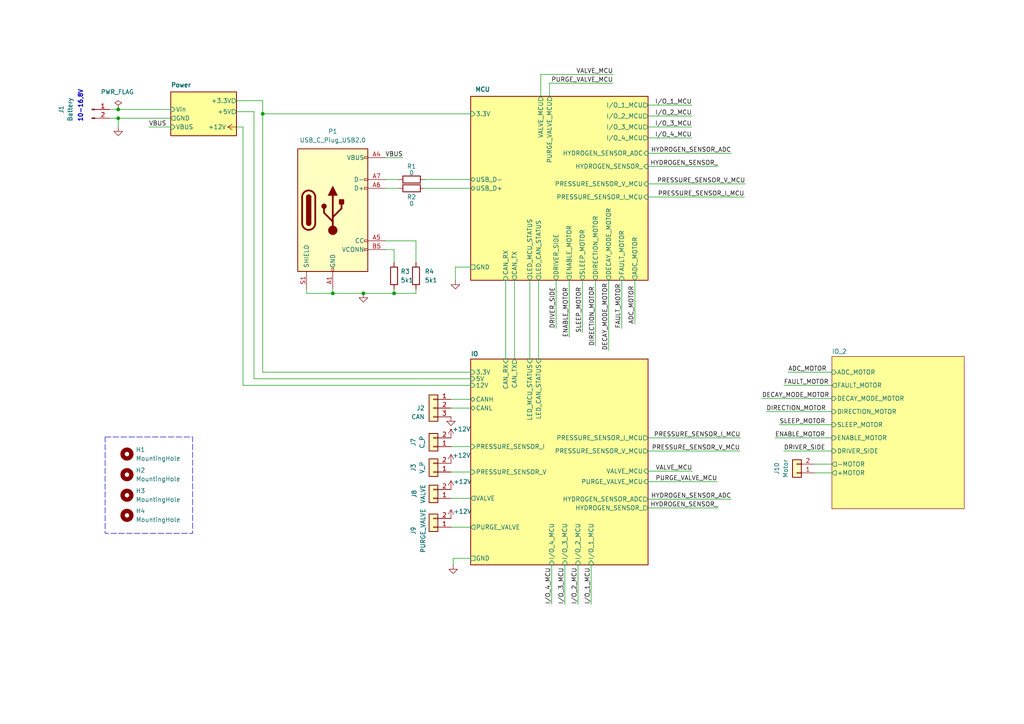
<source format=kicad_sch>
(kicad_sch
	(version 20231120)
	(generator "eeschema")
	(generator_version "8.0")
	(uuid "c9ad7189-d3b2-414a-9743-efd8e57cd755")
	(paper "A4")
	(title_block
		(title "Fuel Cell Control Unit  (FCCU)")
		(date "2024-01-24")
		(rev "1")
		(company "Hydrogreen Pollub")
	)
	(lib_symbols
		(symbol "Connector:Conn_01x02_Pin"
			(pin_names
				(offset 1.016) hide)
			(exclude_from_sim no)
			(in_bom yes)
			(on_board yes)
			(property "Reference" "J"
				(at 0 2.54 0)
				(effects
					(font
						(size 1.27 1.27)
					)
				)
			)
			(property "Value" "Conn_01x02_Pin"
				(at 0 -5.08 0)
				(effects
					(font
						(size 1.27 1.27)
					)
				)
			)
			(property "Footprint" ""
				(at 0 0 0)
				(effects
					(font
						(size 1.27 1.27)
					)
					(hide yes)
				)
			)
			(property "Datasheet" "~"
				(at 0 0 0)
				(effects
					(font
						(size 1.27 1.27)
					)
					(hide yes)
				)
			)
			(property "Description" "Generic connector, single row, 01x02, script generated"
				(at 0 0 0)
				(effects
					(font
						(size 1.27 1.27)
					)
					(hide yes)
				)
			)
			(property "ki_locked" ""
				(at 0 0 0)
				(effects
					(font
						(size 1.27 1.27)
					)
				)
			)
			(property "ki_keywords" "connector"
				(at 0 0 0)
				(effects
					(font
						(size 1.27 1.27)
					)
					(hide yes)
				)
			)
			(property "ki_fp_filters" "Connector*:*_1x??_*"
				(at 0 0 0)
				(effects
					(font
						(size 1.27 1.27)
					)
					(hide yes)
				)
			)
			(symbol "Conn_01x02_Pin_1_1"
				(polyline
					(pts
						(xy 1.27 -2.54) (xy 0.8636 -2.54)
					)
					(stroke
						(width 0.1524)
						(type default)
					)
					(fill
						(type none)
					)
				)
				(polyline
					(pts
						(xy 1.27 0) (xy 0.8636 0)
					)
					(stroke
						(width 0.1524)
						(type default)
					)
					(fill
						(type none)
					)
				)
				(rectangle
					(start 0.8636 -2.413)
					(end 0 -2.667)
					(stroke
						(width 0.1524)
						(type default)
					)
					(fill
						(type outline)
					)
				)
				(rectangle
					(start 0.8636 0.127)
					(end 0 -0.127)
					(stroke
						(width 0.1524)
						(type default)
					)
					(fill
						(type outline)
					)
				)
				(pin passive line
					(at 5.08 0 180)
					(length 3.81)
					(name "Pin_1"
						(effects
							(font
								(size 1.27 1.27)
							)
						)
					)
					(number "1"
						(effects
							(font
								(size 1.27 1.27)
							)
						)
					)
				)
				(pin passive line
					(at 5.08 -2.54 180)
					(length 3.81)
					(name "Pin_2"
						(effects
							(font
								(size 1.27 1.27)
							)
						)
					)
					(number "2"
						(effects
							(font
								(size 1.27 1.27)
							)
						)
					)
				)
			)
		)
		(symbol "Connector:USB_C_Plug_USB2.0"
			(pin_names
				(offset 1.016)
			)
			(exclude_from_sim no)
			(in_bom yes)
			(on_board yes)
			(property "Reference" "P2"
				(at 0 22.86 0)
				(effects
					(font
						(size 1.27 1.27)
					)
				)
			)
			(property "Value" "USB_C_Plug_USB2.0"
				(at 0 20.32 0)
				(effects
					(font
						(size 1.27 1.27)
					)
				)
			)
			(property "Footprint" ""
				(at 3.81 0 0)
				(effects
					(font
						(size 1.27 1.27)
					)
					(hide yes)
				)
			)
			(property "Datasheet" "https://www.usb.org/sites/default/files/documents/usb_type-c.zip"
				(at 3.81 0 0)
				(effects
					(font
						(size 1.27 1.27)
					)
					(hide yes)
				)
			)
			(property "Description" "USB 2.0-only Type-C Plug connector"
				(at 0 0 0)
				(effects
					(font
						(size 1.27 1.27)
					)
					(hide yes)
				)
			)
			(property "ki_keywords" "usb universal serial bus type-C USB2.0"
				(at 0 0 0)
				(effects
					(font
						(size 1.27 1.27)
					)
					(hide yes)
				)
			)
			(property "ki_fp_filters" "USB*C*Plug*"
				(at 0 0 0)
				(effects
					(font
						(size 1.27 1.27)
					)
					(hide yes)
				)
			)
			(symbol "USB_C_Plug_USB2.0_0_0"
				(rectangle
					(start -0.254 -17.78)
					(end 0.254 -16.764)
					(stroke
						(width 0)
						(type default)
					)
					(fill
						(type none)
					)
				)
				(rectangle
					(start 10.16 -11.176)
					(end 9.144 -11.684)
					(stroke
						(width 0)
						(type default)
					)
					(fill
						(type none)
					)
				)
				(rectangle
					(start 10.16 -8.636)
					(end 9.144 -9.144)
					(stroke
						(width 0)
						(type default)
					)
					(fill
						(type none)
					)
				)
				(rectangle
					(start 10.16 6.604)
					(end 9.144 6.096)
					(stroke
						(width 0)
						(type default)
					)
					(fill
						(type none)
					)
				)
				(rectangle
					(start 10.16 9.144)
					(end 9.144 8.636)
					(stroke
						(width 0)
						(type default)
					)
					(fill
						(type none)
					)
				)
				(rectangle
					(start 10.16 15.494)
					(end 9.144 14.986)
					(stroke
						(width 0)
						(type default)
					)
					(fill
						(type none)
					)
				)
			)
			(symbol "USB_C_Plug_USB2.0_0_1"
				(rectangle
					(start -10.16 17.78)
					(end 10.16 -17.78)
					(stroke
						(width 0.254)
						(type default)
					)
					(fill
						(type background)
					)
				)
				(arc
					(start -8.89 -3.81)
					(mid -6.985 -5.7067)
					(end -5.08 -3.81)
					(stroke
						(width 0.508)
						(type default)
					)
					(fill
						(type none)
					)
				)
				(arc
					(start -7.62 -3.81)
					(mid -6.985 -4.4423)
					(end -6.35 -3.81)
					(stroke
						(width 0.254)
						(type default)
					)
					(fill
						(type none)
					)
				)
				(arc
					(start -7.62 -3.81)
					(mid -6.985 -4.4423)
					(end -6.35 -3.81)
					(stroke
						(width 0.254)
						(type default)
					)
					(fill
						(type outline)
					)
				)
				(rectangle
					(start -7.62 -3.81)
					(end -6.35 3.81)
					(stroke
						(width 0.254)
						(type default)
					)
					(fill
						(type outline)
					)
				)
				(arc
					(start -6.35 3.81)
					(mid -6.985 4.4423)
					(end -7.62 3.81)
					(stroke
						(width 0.254)
						(type default)
					)
					(fill
						(type none)
					)
				)
				(arc
					(start -6.35 3.81)
					(mid -6.985 4.4423)
					(end -7.62 3.81)
					(stroke
						(width 0.254)
						(type default)
					)
					(fill
						(type outline)
					)
				)
				(arc
					(start -5.08 3.81)
					(mid -6.985 5.7067)
					(end -8.89 3.81)
					(stroke
						(width 0.508)
						(type default)
					)
					(fill
						(type none)
					)
				)
				(circle
					(center -2.54 1.143)
					(radius 0.635)
					(stroke
						(width 0.254)
						(type default)
					)
					(fill
						(type outline)
					)
				)
				(circle
					(center 0 -5.842)
					(radius 1.27)
					(stroke
						(width 0)
						(type default)
					)
					(fill
						(type outline)
					)
				)
				(polyline
					(pts
						(xy -8.89 -3.81) (xy -8.89 3.81)
					)
					(stroke
						(width 0.508)
						(type default)
					)
					(fill
						(type none)
					)
				)
				(polyline
					(pts
						(xy -5.08 3.81) (xy -5.08 -3.81)
					)
					(stroke
						(width 0.508)
						(type default)
					)
					(fill
						(type none)
					)
				)
				(polyline
					(pts
						(xy 0 -5.842) (xy 0 4.318)
					)
					(stroke
						(width 0.508)
						(type default)
					)
					(fill
						(type none)
					)
				)
				(polyline
					(pts
						(xy 0 -3.302) (xy -2.54 -0.762) (xy -2.54 0.508)
					)
					(stroke
						(width 0.508)
						(type default)
					)
					(fill
						(type none)
					)
				)
				(polyline
					(pts
						(xy 0 -2.032) (xy 2.54 0.508) (xy 2.54 1.778)
					)
					(stroke
						(width 0.508)
						(type default)
					)
					(fill
						(type none)
					)
				)
				(polyline
					(pts
						(xy -1.27 4.318) (xy 0 6.858) (xy 1.27 4.318) (xy -1.27 4.318)
					)
					(stroke
						(width 0.254)
						(type default)
					)
					(fill
						(type outline)
					)
				)
				(rectangle
					(start 1.905 1.778)
					(end 3.175 3.048)
					(stroke
						(width 0.254)
						(type default)
					)
					(fill
						(type outline)
					)
				)
			)
			(symbol "USB_C_Plug_USB2.0_1_1"
				(pin passive line
					(at 0 -22.86 90)
					(length 5.08)
					(name "GND"
						(effects
							(font
								(size 1.27 1.27)
							)
						)
					)
					(number "A1"
						(effects
							(font
								(size 1.27 1.27)
							)
						)
					)
				)
				(pin passive line
					(at 0 -22.86 90)
					(length 5.08) hide
					(name "GND"
						(effects
							(font
								(size 1.27 1.27)
							)
						)
					)
					(number "A12"
						(effects
							(font
								(size 1.27 1.27)
							)
						)
					)
				)
				(pin passive line
					(at 15.24 15.24 180)
					(length 5.08)
					(name "VBUS"
						(effects
							(font
								(size 1.27 1.27)
							)
						)
					)
					(number "A4"
						(effects
							(font
								(size 1.27 1.27)
							)
						)
					)
				)
				(pin bidirectional line
					(at 15.24 -8.89 180)
					(length 5.08)
					(name "CC"
						(effects
							(font
								(size 1.27 1.27)
							)
						)
					)
					(number "A5"
						(effects
							(font
								(size 1.27 1.27)
							)
						)
					)
				)
				(pin bidirectional line
					(at 15.24 6.35 180)
					(length 5.08)
					(name "D+"
						(effects
							(font
								(size 1.27 1.27)
							)
						)
					)
					(number "A6"
						(effects
							(font
								(size 1.27 1.27)
							)
						)
					)
				)
				(pin bidirectional line
					(at 15.24 8.89 180)
					(length 5.08)
					(name "D-"
						(effects
							(font
								(size 1.27 1.27)
							)
						)
					)
					(number "A7"
						(effects
							(font
								(size 1.27 1.27)
							)
						)
					)
				)
				(pin passive line
					(at 15.24 15.24 180)
					(length 5.08) hide
					(name "VBUS"
						(effects
							(font
								(size 1.27 1.27)
							)
						)
					)
					(number "A9"
						(effects
							(font
								(size 1.27 1.27)
							)
						)
					)
				)
				(pin passive line
					(at 0 -22.86 90)
					(length 5.08) hide
					(name "GND"
						(effects
							(font
								(size 1.27 1.27)
							)
						)
					)
					(number "B1"
						(effects
							(font
								(size 1.27 1.27)
							)
						)
					)
				)
				(pin passive line
					(at 0 -22.86 90)
					(length 5.08) hide
					(name "GND"
						(effects
							(font
								(size 1.27 1.27)
							)
						)
					)
					(number "B12"
						(effects
							(font
								(size 1.27 1.27)
							)
						)
					)
				)
				(pin passive line
					(at 15.24 15.24 180)
					(length 5.08) hide
					(name "VBUS"
						(effects
							(font
								(size 1.27 1.27)
							)
						)
					)
					(number "B4"
						(effects
							(font
								(size 1.27 1.27)
							)
						)
					)
				)
				(pin bidirectional line
					(at 15.24 -11.43 180)
					(length 5.08)
					(name "VCONN"
						(effects
							(font
								(size 1.27 1.27)
							)
						)
					)
					(number "B5"
						(effects
							(font
								(size 1.27 1.27)
							)
						)
					)
				)
				(pin passive line
					(at 15.24 15.24 180)
					(length 5.08) hide
					(name "VBUS"
						(effects
							(font
								(size 1.27 1.27)
							)
						)
					)
					(number "B9"
						(effects
							(font
								(size 1.27 1.27)
							)
						)
					)
				)
				(pin passive line
					(at -7.62 -22.86 90)
					(length 5.08)
					(name "SHIELD"
						(effects
							(font
								(size 1.27 1.27)
							)
						)
					)
					(number "S1"
						(effects
							(font
								(size 1.27 1.27)
							)
						)
					)
				)
			)
		)
		(symbol "Connector_Generic:Conn_01x02"
			(pin_names
				(offset 1.016) hide)
			(exclude_from_sim no)
			(in_bom yes)
			(on_board yes)
			(property "Reference" "J"
				(at 0 2.54 0)
				(effects
					(font
						(size 1.27 1.27)
					)
				)
			)
			(property "Value" "Conn_01x02"
				(at 0 -5.08 0)
				(effects
					(font
						(size 1.27 1.27)
					)
				)
			)
			(property "Footprint" ""
				(at 0 0 0)
				(effects
					(font
						(size 1.27 1.27)
					)
					(hide yes)
				)
			)
			(property "Datasheet" "~"
				(at 0 0 0)
				(effects
					(font
						(size 1.27 1.27)
					)
					(hide yes)
				)
			)
			(property "Description" "Generic connector, single row, 01x02, script generated (kicad-library-utils/schlib/autogen/connector/)"
				(at 0 0 0)
				(effects
					(font
						(size 1.27 1.27)
					)
					(hide yes)
				)
			)
			(property "ki_keywords" "connector"
				(at 0 0 0)
				(effects
					(font
						(size 1.27 1.27)
					)
					(hide yes)
				)
			)
			(property "ki_fp_filters" "Connector*:*_1x??_*"
				(at 0 0 0)
				(effects
					(font
						(size 1.27 1.27)
					)
					(hide yes)
				)
			)
			(symbol "Conn_01x02_1_1"
				(rectangle
					(start -1.27 -2.413)
					(end 0 -2.667)
					(stroke
						(width 0.1524)
						(type default)
					)
					(fill
						(type none)
					)
				)
				(rectangle
					(start -1.27 0.127)
					(end 0 -0.127)
					(stroke
						(width 0.1524)
						(type default)
					)
					(fill
						(type none)
					)
				)
				(rectangle
					(start -1.27 1.27)
					(end 1.27 -3.81)
					(stroke
						(width 0.254)
						(type default)
					)
					(fill
						(type background)
					)
				)
				(pin passive line
					(at -5.08 0 0)
					(length 3.81)
					(name "Pin_1"
						(effects
							(font
								(size 1.27 1.27)
							)
						)
					)
					(number "1"
						(effects
							(font
								(size 1.27 1.27)
							)
						)
					)
				)
				(pin passive line
					(at -5.08 -2.54 0)
					(length 3.81)
					(name "Pin_2"
						(effects
							(font
								(size 1.27 1.27)
							)
						)
					)
					(number "2"
						(effects
							(font
								(size 1.27 1.27)
							)
						)
					)
				)
			)
		)
		(symbol "Connector_Generic:Conn_01x03"
			(pin_names
				(offset 1.016) hide)
			(exclude_from_sim no)
			(in_bom yes)
			(on_board yes)
			(property "Reference" "J"
				(at 0 5.08 0)
				(effects
					(font
						(size 1.27 1.27)
					)
				)
			)
			(property "Value" "Conn_01x03"
				(at 0 -5.08 0)
				(effects
					(font
						(size 1.27 1.27)
					)
				)
			)
			(property "Footprint" ""
				(at 0 0 0)
				(effects
					(font
						(size 1.27 1.27)
					)
					(hide yes)
				)
			)
			(property "Datasheet" "~"
				(at 0 0 0)
				(effects
					(font
						(size 1.27 1.27)
					)
					(hide yes)
				)
			)
			(property "Description" "Generic connector, single row, 01x03, script generated (kicad-library-utils/schlib/autogen/connector/)"
				(at 0 0 0)
				(effects
					(font
						(size 1.27 1.27)
					)
					(hide yes)
				)
			)
			(property "ki_keywords" "connector"
				(at 0 0 0)
				(effects
					(font
						(size 1.27 1.27)
					)
					(hide yes)
				)
			)
			(property "ki_fp_filters" "Connector*:*_1x??_*"
				(at 0 0 0)
				(effects
					(font
						(size 1.27 1.27)
					)
					(hide yes)
				)
			)
			(symbol "Conn_01x03_1_1"
				(rectangle
					(start -1.27 -2.413)
					(end 0 -2.667)
					(stroke
						(width 0.1524)
						(type default)
					)
					(fill
						(type none)
					)
				)
				(rectangle
					(start -1.27 0.127)
					(end 0 -0.127)
					(stroke
						(width 0.1524)
						(type default)
					)
					(fill
						(type none)
					)
				)
				(rectangle
					(start -1.27 2.667)
					(end 0 2.413)
					(stroke
						(width 0.1524)
						(type default)
					)
					(fill
						(type none)
					)
				)
				(rectangle
					(start -1.27 3.81)
					(end 1.27 -3.81)
					(stroke
						(width 0.254)
						(type default)
					)
					(fill
						(type background)
					)
				)
				(pin passive line
					(at -5.08 2.54 0)
					(length 3.81)
					(name "Pin_1"
						(effects
							(font
								(size 1.27 1.27)
							)
						)
					)
					(number "1"
						(effects
							(font
								(size 1.27 1.27)
							)
						)
					)
				)
				(pin passive line
					(at -5.08 0 0)
					(length 3.81)
					(name "Pin_2"
						(effects
							(font
								(size 1.27 1.27)
							)
						)
					)
					(number "2"
						(effects
							(font
								(size 1.27 1.27)
							)
						)
					)
				)
				(pin passive line
					(at -5.08 -2.54 0)
					(length 3.81)
					(name "Pin_3"
						(effects
							(font
								(size 1.27 1.27)
							)
						)
					)
					(number "3"
						(effects
							(font
								(size 1.27 1.27)
							)
						)
					)
				)
			)
		)
		(symbol "Device:R"
			(pin_numbers hide)
			(pin_names
				(offset 0)
			)
			(exclude_from_sim no)
			(in_bom yes)
			(on_board yes)
			(property "Reference" "R"
				(at 2.032 0 90)
				(effects
					(font
						(size 1.27 1.27)
					)
				)
			)
			(property "Value" "R"
				(at 0 0 90)
				(effects
					(font
						(size 1.27 1.27)
					)
				)
			)
			(property "Footprint" ""
				(at -1.778 0 90)
				(effects
					(font
						(size 1.27 1.27)
					)
					(hide yes)
				)
			)
			(property "Datasheet" "~"
				(at 0 0 0)
				(effects
					(font
						(size 1.27 1.27)
					)
					(hide yes)
				)
			)
			(property "Description" "Resistor"
				(at 0 0 0)
				(effects
					(font
						(size 1.27 1.27)
					)
					(hide yes)
				)
			)
			(property "ki_keywords" "R res resistor"
				(at 0 0 0)
				(effects
					(font
						(size 1.27 1.27)
					)
					(hide yes)
				)
			)
			(property "ki_fp_filters" "R_*"
				(at 0 0 0)
				(effects
					(font
						(size 1.27 1.27)
					)
					(hide yes)
				)
			)
			(symbol "R_0_1"
				(rectangle
					(start -1.016 -2.54)
					(end 1.016 2.54)
					(stroke
						(width 0.254)
						(type default)
					)
					(fill
						(type none)
					)
				)
			)
			(symbol "R_1_1"
				(pin passive line
					(at 0 3.81 270)
					(length 1.27)
					(name "~"
						(effects
							(font
								(size 1.27 1.27)
							)
						)
					)
					(number "1"
						(effects
							(font
								(size 1.27 1.27)
							)
						)
					)
				)
				(pin passive line
					(at 0 -3.81 90)
					(length 1.27)
					(name "~"
						(effects
							(font
								(size 1.27 1.27)
							)
						)
					)
					(number "2"
						(effects
							(font
								(size 1.27 1.27)
							)
						)
					)
				)
			)
		)
		(symbol "Mechanical:MountingHole"
			(pin_names
				(offset 1.016)
			)
			(exclude_from_sim no)
			(in_bom yes)
			(on_board yes)
			(property "Reference" "H"
				(at 0 5.08 0)
				(effects
					(font
						(size 1.27 1.27)
					)
				)
			)
			(property "Value" "MountingHole"
				(at 0 3.175 0)
				(effects
					(font
						(size 1.27 1.27)
					)
				)
			)
			(property "Footprint" ""
				(at 0 0 0)
				(effects
					(font
						(size 1.27 1.27)
					)
					(hide yes)
				)
			)
			(property "Datasheet" "~"
				(at 0 0 0)
				(effects
					(font
						(size 1.27 1.27)
					)
					(hide yes)
				)
			)
			(property "Description" "Mounting Hole without connection"
				(at 0 0 0)
				(effects
					(font
						(size 1.27 1.27)
					)
					(hide yes)
				)
			)
			(property "ki_keywords" "mounting hole"
				(at 0 0 0)
				(effects
					(font
						(size 1.27 1.27)
					)
					(hide yes)
				)
			)
			(property "ki_fp_filters" "MountingHole*"
				(at 0 0 0)
				(effects
					(font
						(size 1.27 1.27)
					)
					(hide yes)
				)
			)
			(symbol "MountingHole_0_1"
				(circle
					(center 0 0)
					(radius 1.27)
					(stroke
						(width 1.27)
						(type default)
					)
					(fill
						(type none)
					)
				)
			)
		)
		(symbol "power:+12V"
			(power)
			(pin_names
				(offset 0)
			)
			(exclude_from_sim no)
			(in_bom yes)
			(on_board yes)
			(property "Reference" "#PWR"
				(at 0 -3.81 0)
				(effects
					(font
						(size 1.27 1.27)
					)
					(hide yes)
				)
			)
			(property "Value" "+12V"
				(at 0 3.556 0)
				(effects
					(font
						(size 1.27 1.27)
					)
				)
			)
			(property "Footprint" ""
				(at 0 0 0)
				(effects
					(font
						(size 1.27 1.27)
					)
					(hide yes)
				)
			)
			(property "Datasheet" ""
				(at 0 0 0)
				(effects
					(font
						(size 1.27 1.27)
					)
					(hide yes)
				)
			)
			(property "Description" "Power symbol creates a global label with name \"+12V\""
				(at 0 0 0)
				(effects
					(font
						(size 1.27 1.27)
					)
					(hide yes)
				)
			)
			(property "ki_keywords" "global power"
				(at 0 0 0)
				(effects
					(font
						(size 1.27 1.27)
					)
					(hide yes)
				)
			)
			(symbol "+12V_0_1"
				(polyline
					(pts
						(xy -0.762 1.27) (xy 0 2.54)
					)
					(stroke
						(width 0)
						(type default)
					)
					(fill
						(type none)
					)
				)
				(polyline
					(pts
						(xy 0 0) (xy 0 2.54)
					)
					(stroke
						(width 0)
						(type default)
					)
					(fill
						(type none)
					)
				)
				(polyline
					(pts
						(xy 0 2.54) (xy 0.762 1.27)
					)
					(stroke
						(width 0)
						(type default)
					)
					(fill
						(type none)
					)
				)
			)
			(symbol "+12V_1_1"
				(pin power_in line
					(at 0 0 90)
					(length 0) hide
					(name "+12V"
						(effects
							(font
								(size 1.27 1.27)
							)
						)
					)
					(number "1"
						(effects
							(font
								(size 1.27 1.27)
							)
						)
					)
				)
			)
		)
		(symbol "power:GND"
			(power)
			(pin_names
				(offset 0)
			)
			(exclude_from_sim no)
			(in_bom yes)
			(on_board yes)
			(property "Reference" "#PWR"
				(at 0 -6.35 0)
				(effects
					(font
						(size 1.27 1.27)
					)
					(hide yes)
				)
			)
			(property "Value" "GND"
				(at 0 -3.81 0)
				(effects
					(font
						(size 1.27 1.27)
					)
				)
			)
			(property "Footprint" ""
				(at 0 0 0)
				(effects
					(font
						(size 1.27 1.27)
					)
					(hide yes)
				)
			)
			(property "Datasheet" ""
				(at 0 0 0)
				(effects
					(font
						(size 1.27 1.27)
					)
					(hide yes)
				)
			)
			(property "Description" "Power symbol creates a global label with name \"GND\" , ground"
				(at 0 0 0)
				(effects
					(font
						(size 1.27 1.27)
					)
					(hide yes)
				)
			)
			(property "ki_keywords" "global power"
				(at 0 0 0)
				(effects
					(font
						(size 1.27 1.27)
					)
					(hide yes)
				)
			)
			(symbol "GND_0_1"
				(polyline
					(pts
						(xy 0 0) (xy 0 -1.27) (xy 1.27 -1.27) (xy 0 -2.54) (xy -1.27 -1.27) (xy 0 -1.27)
					)
					(stroke
						(width 0)
						(type default)
					)
					(fill
						(type none)
					)
				)
			)
			(symbol "GND_1_1"
				(pin power_in line
					(at 0 0 270)
					(length 0) hide
					(name "GND"
						(effects
							(font
								(size 1.27 1.27)
							)
						)
					)
					(number "1"
						(effects
							(font
								(size 1.27 1.27)
							)
						)
					)
				)
			)
		)
		(symbol "power:PWR_FLAG"
			(power)
			(pin_numbers hide)
			(pin_names
				(offset 0) hide)
			(exclude_from_sim no)
			(in_bom yes)
			(on_board yes)
			(property "Reference" "#FLG"
				(at 0 1.905 0)
				(effects
					(font
						(size 1.27 1.27)
					)
					(hide yes)
				)
			)
			(property "Value" "PWR_FLAG"
				(at 0 3.81 0)
				(effects
					(font
						(size 1.27 1.27)
					)
				)
			)
			(property "Footprint" ""
				(at 0 0 0)
				(effects
					(font
						(size 1.27 1.27)
					)
					(hide yes)
				)
			)
			(property "Datasheet" "~"
				(at 0 0 0)
				(effects
					(font
						(size 1.27 1.27)
					)
					(hide yes)
				)
			)
			(property "Description" "Special symbol for telling ERC where power comes from"
				(at 0 0 0)
				(effects
					(font
						(size 1.27 1.27)
					)
					(hide yes)
				)
			)
			(property "ki_keywords" "flag power"
				(at 0 0 0)
				(effects
					(font
						(size 1.27 1.27)
					)
					(hide yes)
				)
			)
			(symbol "PWR_FLAG_0_0"
				(pin power_out line
					(at 0 0 90)
					(length 0)
					(name "pwr"
						(effects
							(font
								(size 1.27 1.27)
							)
						)
					)
					(number "1"
						(effects
							(font
								(size 1.27 1.27)
							)
						)
					)
				)
			)
			(symbol "PWR_FLAG_0_1"
				(polyline
					(pts
						(xy 0 0) (xy 0 1.27) (xy -1.016 1.905) (xy 0 2.54) (xy 1.016 1.905) (xy 0 1.27)
					)
					(stroke
						(width 0)
						(type default)
					)
					(fill
						(type none)
					)
				)
			)
		)
	)
	(junction
		(at 34.29 34.29)
		(diameter 0)
		(color 0 0 0 0)
		(uuid "1fe2e4c0-8ac2-4653-9067-dfaa10daaa07")
	)
	(junction
		(at 105.41 85.09)
		(diameter 0)
		(color 0 0 0 0)
		(uuid "2318c85a-4716-451a-897b-48d89006014c")
	)
	(junction
		(at 96.52 85.09)
		(diameter 0)
		(color 0 0 0 0)
		(uuid "9bc4e184-de5d-4273-9eda-1f8d1021f5b1")
	)
	(junction
		(at 34.29 31.75)
		(diameter 0)
		(color 0 0 0 0)
		(uuid "af89a8a5-b500-4a9f-82b3-c3687690212b")
	)
	(junction
		(at 76.2 33.02)
		(diameter 0)
		(color 0 0 0 0)
		(uuid "c0cfeab6-deba-4a8b-84bd-49c5c34ddd13")
	)
	(junction
		(at 114.3 85.09)
		(diameter 0)
		(color 0 0 0 0)
		(uuid "d9f64f6c-4daf-4316-a1de-9145aae13123")
	)
	(wire
		(pts
			(xy 114.3 72.39) (xy 114.3 76.2)
		)
		(stroke
			(width 0)
			(type default)
		)
		(uuid "00c997d8-a960-4430-ae6d-d5e68fced719")
	)
	(wire
		(pts
			(xy 187.96 33.655) (xy 200.66 33.655)
		)
		(stroke
			(width 0)
			(type default)
		)
		(uuid "088ea21c-0d2e-4300-8b6d-f469724f8313")
	)
	(wire
		(pts
			(xy 226.06 123.19) (xy 241.3 123.19)
		)
		(stroke
			(width 0)
			(type default)
		)
		(uuid "08bcc2e8-4701-442c-a06d-498952bd40b5")
	)
	(wire
		(pts
			(xy 172.72 81.28) (xy 172.72 100.33)
		)
		(stroke
			(width 0)
			(type default)
		)
		(uuid "0ab8aa82-f155-4384-b55f-761cce565dac")
	)
	(wire
		(pts
			(xy 214.757 127) (xy 187.96 127)
		)
		(stroke
			(width 0)
			(type default)
		)
		(uuid "0bf11a4d-4542-4f46-abe8-9a1b85696467")
	)
	(wire
		(pts
			(xy 31.75 31.75) (xy 34.29 31.75)
		)
		(stroke
			(width 0)
			(type default)
		)
		(uuid "0f3ce85e-be52-4c6d-a478-808c1f972b7c")
	)
	(wire
		(pts
			(xy 105.41 85.09) (xy 114.3 85.09)
		)
		(stroke
			(width 0)
			(type default)
		)
		(uuid "110b04c6-0d5d-488c-8483-6498b626d05e")
	)
	(wire
		(pts
			(xy 34.29 34.29) (xy 49.53 34.29)
		)
		(stroke
			(width 0)
			(type default)
		)
		(uuid "1357a03c-4278-47ee-87d3-d3e81aa2e5d2")
	)
	(wire
		(pts
			(xy 131.445 161.925) (xy 136.525 161.925)
		)
		(stroke
			(width 0)
			(type default)
		)
		(uuid "1534854e-fde0-4e0d-b01c-a84676097b10")
	)
	(wire
		(pts
			(xy 111.76 52.07) (xy 115.57 52.07)
		)
		(stroke
			(width 0)
			(type default)
		)
		(uuid "17317579-6caa-4573-a753-93af52d27bdd")
	)
	(wire
		(pts
			(xy 130.81 136.906) (xy 136.525 136.906)
		)
		(stroke
			(width 0)
			(type default)
		)
		(uuid "19191e80-0f0e-438c-afc2-2df0403c4b15")
	)
	(wire
		(pts
			(xy 187.96 144.78) (xy 212.09 144.78)
		)
		(stroke
			(width 0)
			(type default)
		)
		(uuid "193bc9eb-d24b-4620-8ca6-7d00b58c9aa8")
	)
	(wire
		(pts
			(xy 227.33 130.81) (xy 241.3 130.81)
		)
		(stroke
			(width 0)
			(type default)
		)
		(uuid "1b4668c4-d555-456d-af27-62944b18a038")
	)
	(wire
		(pts
			(xy 187.96 36.83) (xy 200.66 36.83)
		)
		(stroke
			(width 0)
			(type default)
		)
		(uuid "1e0d0f72-0d21-4446-ab60-20364124be1d")
	)
	(wire
		(pts
			(xy 105.41 85.09) (xy 96.52 85.09)
		)
		(stroke
			(width 0)
			(type default)
		)
		(uuid "23d76f12-2c90-4152-bb64-a0661dff4fc8")
	)
	(wire
		(pts
			(xy 187.96 53.34) (xy 216.154 53.34)
		)
		(stroke
			(width 0)
			(type default)
		)
		(uuid "273e0831-47b3-4bd2-a14e-ed89e7eaa3eb")
	)
	(wire
		(pts
			(xy 224.79 127) (xy 241.3 127)
		)
		(stroke
			(width 0)
			(type default)
		)
		(uuid "274d1303-b6cd-418c-bc81-842ab3ea242f")
	)
	(wire
		(pts
			(xy 156.845 21.59) (xy 177.8 21.59)
		)
		(stroke
			(width 0)
			(type default)
		)
		(uuid "27a2e608-2d83-4e4c-aea1-37ca8b644582")
	)
	(wire
		(pts
			(xy 70.485 36.83) (xy 70.485 111.76)
		)
		(stroke
			(width 0)
			(type default)
		)
		(uuid "28f74788-2286-432f-8fc6-ab83df2454b5")
	)
	(wire
		(pts
			(xy 187.96 139.7) (xy 208.026 139.7)
		)
		(stroke
			(width 0)
			(type default)
		)
		(uuid "2ba7fe79-9de5-4fd2-9cd3-b7297eed1372")
	)
	(wire
		(pts
			(xy 153.67 81.28) (xy 153.67 104.14)
		)
		(stroke
			(width 0)
			(type default)
		)
		(uuid "2be3159f-9d25-4cad-b650-f6a298b4c6eb")
	)
	(wire
		(pts
			(xy 236.22 134.62) (xy 241.3 134.62)
		)
		(stroke
			(width 0)
			(type default)
		)
		(uuid "349bfa5c-0f74-40c9-a361-5e75eb09bf52")
	)
	(wire
		(pts
			(xy 130.81 115.824) (xy 136.525 115.824)
		)
		(stroke
			(width 0)
			(type default)
		)
		(uuid "38098371-8fe4-438f-abae-d28603c2e0a5")
	)
	(wire
		(pts
			(xy 114.3 85.09) (xy 120.65 85.09)
		)
		(stroke
			(width 0)
			(type default)
		)
		(uuid "3b8ccb92-873f-4c71-bfa2-10d46176fafa")
	)
	(wire
		(pts
			(xy 187.96 48.26) (xy 208.28 48.26)
		)
		(stroke
			(width 0)
			(type default)
		)
		(uuid "3bdb1806-10da-423c-b638-a7b9e10fe191")
	)
	(wire
		(pts
			(xy 68.58 32.385) (xy 73.66 32.385)
		)
		(stroke
			(width 0)
			(type default)
		)
		(uuid "4385b369-3cf9-44fe-8692-de8243de655e")
	)
	(wire
		(pts
			(xy 70.485 36.83) (xy 68.58 36.83)
		)
		(stroke
			(width 0)
			(type default)
		)
		(uuid "48b5fa07-07cd-4d1d-9c3e-17aaee7d172e")
	)
	(wire
		(pts
			(xy 168.91 81.28) (xy 168.91 96.52)
		)
		(stroke
			(width 0)
			(type default)
		)
		(uuid "4b225fdb-39a7-4a51-8601-dfda4317fba5")
	)
	(wire
		(pts
			(xy 184.15 81.28) (xy 184.15 93.98)
		)
		(stroke
			(width 0)
			(type default)
		)
		(uuid "4f6b60f8-6d4b-4002-aaca-acd0080d2816")
	)
	(wire
		(pts
			(xy 76.2 107.95) (xy 136.525 107.95)
		)
		(stroke
			(width 0)
			(type default)
		)
		(uuid "5221e265-3c59-45a7-996b-3025d71eaeaa")
	)
	(wire
		(pts
			(xy 76.2 29.21) (xy 76.2 33.02)
		)
		(stroke
			(width 0)
			(type default)
		)
		(uuid "550890ea-2363-4ace-9cb0-a8d26a649987")
	)
	(wire
		(pts
			(xy 88.9 85.09) (xy 96.52 85.09)
		)
		(stroke
			(width 0)
			(type default)
		)
		(uuid "566a1440-3d1f-4e46-a3fa-8950e435b3ed")
	)
	(wire
		(pts
			(xy 132.08 77.47) (xy 132.08 81.28)
		)
		(stroke
			(width 0)
			(type default)
		)
		(uuid "57fc15f1-fdff-47fa-a4bf-b417ddea044f")
	)
	(wire
		(pts
			(xy 176.53 81.28) (xy 176.53 101.6)
		)
		(stroke
			(width 0)
			(type default)
		)
		(uuid "633a7059-7411-43a5-a2dd-49a91fd09635")
	)
	(wire
		(pts
			(xy 120.65 85.09) (xy 120.65 83.82)
		)
		(stroke
			(width 0)
			(type default)
		)
		(uuid "64ed2622-fbf1-46ea-af25-7cf4e76b1ad5")
	)
	(wire
		(pts
			(xy 187.96 44.45) (xy 212.09 44.45)
		)
		(stroke
			(width 0)
			(type default)
		)
		(uuid "68964c30-d5be-46cd-b3f5-ef7994697b0b")
	)
	(wire
		(pts
			(xy 146.685 81.28) (xy 146.685 104.14)
		)
		(stroke
			(width 0)
			(type default)
		)
		(uuid "6a5279c5-e894-4efc-af88-4470ba4f9597")
	)
	(wire
		(pts
			(xy 160.02 163.83) (xy 160.02 175.26)
		)
		(stroke
			(width 0)
			(type default)
		)
		(uuid "6f4232b9-895f-49cc-a694-d7ef5e17e17d")
	)
	(wire
		(pts
			(xy 70.485 111.76) (xy 136.525 111.76)
		)
		(stroke
			(width 0)
			(type default)
		)
		(uuid "72ee76b7-ffdd-4060-933c-bc0a8600e734")
	)
	(wire
		(pts
			(xy 31.75 34.29) (xy 34.29 34.29)
		)
		(stroke
			(width 0)
			(type default)
		)
		(uuid "75099068-727b-485d-8e05-acb5a665e4ca")
	)
	(wire
		(pts
			(xy 167.64 163.83) (xy 167.64 175.26)
		)
		(stroke
			(width 0)
			(type default)
		)
		(uuid "75f54718-693e-4e27-83a9-b91a26f17aae")
	)
	(wire
		(pts
			(xy 73.66 109.855) (xy 73.66 32.385)
		)
		(stroke
			(width 0)
			(type default)
		)
		(uuid "780386f7-f746-4b54-be2e-0bb4838ae50f")
	)
	(wire
		(pts
			(xy 187.96 130.81) (xy 214.63 130.81)
		)
		(stroke
			(width 0)
			(type default)
		)
		(uuid "787aa501-8925-499c-9073-521357f06aa7")
	)
	(wire
		(pts
			(xy 136.525 109.855) (xy 73.66 109.855)
		)
		(stroke
			(width 0)
			(type default)
		)
		(uuid "7938b56a-0a03-48d7-80fd-2a0d9e2d554c")
	)
	(wire
		(pts
			(xy 149.225 81.28) (xy 149.225 104.14)
		)
		(stroke
			(width 0)
			(type default)
		)
		(uuid "79709a1c-8a4a-4f46-aa0c-4669dccfccf6")
	)
	(wire
		(pts
			(xy 187.96 57.15) (xy 215.9 57.15)
		)
		(stroke
			(width 0)
			(type default)
		)
		(uuid "7b021009-7f7b-483a-baf4-2ae0d0b994fa")
	)
	(wire
		(pts
			(xy 228.6 107.95) (xy 241.3 107.95)
		)
		(stroke
			(width 0)
			(type default)
		)
		(uuid "7e10e31d-e7ba-431b-bf42-c93b3d3425e5")
	)
	(wire
		(pts
			(xy 130.81 144.526) (xy 136.525 144.526)
		)
		(stroke
			(width 0)
			(type default)
		)
		(uuid "84deca4d-0964-4753-8c6a-39ab410128ab")
	)
	(wire
		(pts
			(xy 171.45 163.83) (xy 171.45 175.26)
		)
		(stroke
			(width 0)
			(type default)
		)
		(uuid "87f15176-b8df-4819-b1c1-4e291dd1e625")
	)
	(wire
		(pts
			(xy 76.2 33.02) (xy 136.525 33.02)
		)
		(stroke
			(width 0)
			(type default)
		)
		(uuid "94bd0556-0b3a-4d2a-a1f5-55fcca247f8e")
	)
	(wire
		(pts
			(xy 111.76 69.85) (xy 120.65 69.85)
		)
		(stroke
			(width 0)
			(type default)
		)
		(uuid "960c40e5-a133-4e40-9c58-e6c1dd152b82")
	)
	(wire
		(pts
			(xy 111.76 72.39) (xy 114.3 72.39)
		)
		(stroke
			(width 0)
			(type default)
		)
		(uuid "96f7478e-b231-4d0a-aabc-a6d337cfb9d3")
	)
	(wire
		(pts
			(xy 130.81 129.54) (xy 136.525 129.54)
		)
		(stroke
			(width 0)
			(type default)
		)
		(uuid "9a8872ab-5023-4bc9-b7ab-79c7620a7baf")
	)
	(wire
		(pts
			(xy 222.25 119.38) (xy 241.3 119.38)
		)
		(stroke
			(width 0)
			(type default)
		)
		(uuid "a0e8b155-dd15-44f5-afd5-f48b2e4f7bd8")
	)
	(wire
		(pts
			(xy 177.8 24.13) (xy 159.385 24.13)
		)
		(stroke
			(width 0)
			(type default)
		)
		(uuid "a1e43eae-c704-4b70-ba48-c29bbc60e204")
	)
	(wire
		(pts
			(xy 163.83 163.83) (xy 163.83 175.26)
		)
		(stroke
			(width 0)
			(type default)
		)
		(uuid "a41f700d-49d5-4487-b354-0e78dac059f5")
	)
	(wire
		(pts
			(xy 159.385 24.13) (xy 159.385 27.94)
		)
		(stroke
			(width 0)
			(type default)
		)
		(uuid "a4922d3d-9c2f-4e50-8910-73f581a34628")
	)
	(wire
		(pts
			(xy 68.58 29.21) (xy 76.2 29.21)
		)
		(stroke
			(width 0)
			(type default)
		)
		(uuid "a9cbf92c-8b51-4e94-98ef-b9d626a1d212")
	)
	(wire
		(pts
			(xy 187.96 40.005) (xy 200.66 40.005)
		)
		(stroke
			(width 0)
			(type default)
		)
		(uuid "ab54fd72-79a3-406d-aa31-3f445d003687")
	)
	(wire
		(pts
			(xy 43.18 36.83) (xy 49.53 36.83)
		)
		(stroke
			(width 0)
			(type default)
		)
		(uuid "b2396121-385e-4814-9065-1c6e653dd722")
	)
	(wire
		(pts
			(xy 156.21 81.28) (xy 156.21 104.14)
		)
		(stroke
			(width 0)
			(type default)
		)
		(uuid "b39b003f-7cd9-4c80-90a7-cebe2ff7955f")
	)
	(wire
		(pts
			(xy 76.2 33.02) (xy 76.2 107.95)
		)
		(stroke
			(width 0)
			(type default)
		)
		(uuid "be4c4a0a-2c6d-4305-8777-fe3743a40156")
	)
	(wire
		(pts
			(xy 131.445 161.925) (xy 131.445 163.83)
		)
		(stroke
			(width 0)
			(type default)
		)
		(uuid "c0a3ed26-d143-42cf-9bdb-8ce6fb0d6151")
	)
	(wire
		(pts
			(xy 34.29 34.29) (xy 34.29 36.83)
		)
		(stroke
			(width 0)
			(type default)
		)
		(uuid "c0cbb355-65ae-4121-a179-a9fed1451c73")
	)
	(wire
		(pts
			(xy 180.34 81.28) (xy 180.34 95.25)
		)
		(stroke
			(width 0)
			(type default)
		)
		(uuid "c8af800d-7b5b-4976-9018-df432d42209a")
	)
	(wire
		(pts
			(xy 236.22 137.16) (xy 241.3 137.16)
		)
		(stroke
			(width 0)
			(type default)
		)
		(uuid "ca0ef228-610f-4fdb-a5d5-0b3b8a64f121")
	)
	(wire
		(pts
			(xy 156.845 27.94) (xy 156.845 21.59)
		)
		(stroke
			(width 0)
			(type default)
		)
		(uuid "cce73622-7035-4b3d-8d0a-634b1578fc29")
	)
	(wire
		(pts
			(xy 187.96 30.48) (xy 200.66 30.48)
		)
		(stroke
			(width 0)
			(type default)
		)
		(uuid "ced1a2d6-419e-4f01-85fa-85f2a35a6c2c")
	)
	(wire
		(pts
			(xy 130.81 118.364) (xy 136.525 118.364)
		)
		(stroke
			(width 0)
			(type default)
		)
		(uuid "cf8ea6a1-b352-4317-a942-922acfbfda58")
	)
	(wire
		(pts
			(xy 187.96 147.32) (xy 208.28 147.32)
		)
		(stroke
			(width 0)
			(type default)
		)
		(uuid "d5600cd6-b694-449b-bd27-d6d90e65f0cd")
	)
	(wire
		(pts
			(xy 161.29 81.28) (xy 161.29 95.25)
		)
		(stroke
			(width 0)
			(type default)
		)
		(uuid "d9ae286f-2410-457a-ace7-2ec1e960fa1d")
	)
	(wire
		(pts
			(xy 123.19 52.07) (xy 136.525 52.07)
		)
		(stroke
			(width 0)
			(type default)
		)
		(uuid "d9f3ebc8-b0dd-43f7-8810-e08d95430274")
	)
	(wire
		(pts
			(xy 88.9 85.09) (xy 88.9 83.82)
		)
		(stroke
			(width 0)
			(type default)
		)
		(uuid "df5a3b3a-40fa-4305-85ce-d2e8ce6cd997")
	)
	(wire
		(pts
			(xy 136.525 77.47) (xy 132.08 77.47)
		)
		(stroke
			(width 0)
			(type default)
		)
		(uuid "e0646903-e119-479a-bd6c-9b274a182016")
	)
	(wire
		(pts
			(xy 123.19 54.61) (xy 136.525 54.61)
		)
		(stroke
			(width 0)
			(type default)
		)
		(uuid "e7ad9aa9-4a89-4e30-a9c6-f45983d69fed")
	)
	(wire
		(pts
			(xy 34.29 31.75) (xy 49.53 31.75)
		)
		(stroke
			(width 0)
			(type default)
		)
		(uuid "edd8887e-a58b-4512-b434-5316b4cbaf2b")
	)
	(wire
		(pts
			(xy 116.84 45.72) (xy 111.76 45.72)
		)
		(stroke
			(width 0)
			(type default)
		)
		(uuid "ee35f1d2-6c85-4948-8273-55bcfafe478f")
	)
	(wire
		(pts
			(xy 130.81 152.908) (xy 136.525 152.908)
		)
		(stroke
			(width 0)
			(type default)
		)
		(uuid "f0bac227-cec7-441a-88c7-491ffb749588")
	)
	(wire
		(pts
			(xy 165.1 81.28) (xy 165.1 97.79)
		)
		(stroke
			(width 0)
			(type default)
		)
		(uuid "f1406493-e543-4e18-8b05-b2ba930b2856")
	)
	(wire
		(pts
			(xy 111.76 54.61) (xy 115.57 54.61)
		)
		(stroke
			(width 0)
			(type default)
		)
		(uuid "f653f8f6-2ea3-4da8-b358-4c5fa2c535bc")
	)
	(wire
		(pts
			(xy 96.52 85.09) (xy 96.52 83.82)
		)
		(stroke
			(width 0)
			(type default)
		)
		(uuid "f91470d3-a33e-4761-ae92-3a213075dfcc")
	)
	(wire
		(pts
			(xy 120.65 69.85) (xy 120.65 76.2)
		)
		(stroke
			(width 0)
			(type default)
		)
		(uuid "fa76d7bf-b125-40f1-be57-278b51453ba3")
	)
	(wire
		(pts
			(xy 114.3 83.82) (xy 114.3 85.09)
		)
		(stroke
			(width 0)
			(type default)
		)
		(uuid "fb36ee46-1022-48c0-a518-e13bcb1700f9")
	)
	(wire
		(pts
			(xy 227.33 111.76) (xy 241.3 111.76)
		)
		(stroke
			(width 0)
			(type default)
		)
		(uuid "fb41f4c8-04ff-433d-9829-fbbe03873ca8")
	)
	(wire
		(pts
			(xy 187.96 136.652) (xy 200.787 136.652)
		)
		(stroke
			(width 0)
			(type default)
		)
		(uuid "fc4ae09a-2f6f-40e9-862a-5d5beca413ac")
	)
	(wire
		(pts
			(xy 220.98 115.57) (xy 241.3 115.57)
		)
		(stroke
			(width 0)
			(type default)
		)
		(uuid "fde9d716-2e91-4adf-85b1-c8eb6a5b335a")
	)
	(rectangle
		(start 30.48 126.746)
		(end 55.88 154.686)
		(stroke
			(width 0)
			(type dash)
		)
		(fill
			(type none)
		)
		(uuid 2a8be4ae-3312-4b84-ad91-ee9c6b330a8e)
	)
	(text "10-16,8V"
		(exclude_from_sim no)
		(at 24.13 35.56 90)
		(effects
			(font
				(size 1.27 1.27)
				(thickness 0.254)
				(bold yes)
			)
			(justify left bottom)
		)
		(uuid "85c8e60b-1ce3-40b5-8871-60ef7f537a98")
	)
	(label "HYDROGEN_SENSOR_"
		(at 208.28 147.32 180)
		(fields_autoplaced yes)
		(effects
			(font
				(size 1.27 1.27)
			)
			(justify right bottom)
		)
		(uuid "00537978-afc9-4008-b5c1-078ff9eb41cc")
	)
	(label "SLEEP_MOTOR"
		(at 168.91 96.52 90)
		(fields_autoplaced yes)
		(effects
			(font
				(size 1.27 1.27)
			)
			(justify left bottom)
		)
		(uuid "03e2329f-3594-4e7d-85a8-feedb453d204")
	)
	(label "VALVE_MCU"
		(at 177.8 21.59 180)
		(fields_autoplaced yes)
		(effects
			(font
				(size 1.27 1.27)
			)
			(justify right bottom)
		)
		(uuid "0937911b-274f-4255-943f-688b0733f7a7")
	)
	(label "DIRECTION_MOTOR"
		(at 172.72 100.33 90)
		(fields_autoplaced yes)
		(effects
			(font
				(size 1.27 1.27)
			)
			(justify left bottom)
		)
		(uuid "095bfb33-30c3-41b5-b361-a98682ee3c13")
	)
	(label "ADC_MOTOR"
		(at 184.15 93.98 90)
		(fields_autoplaced yes)
		(effects
			(font
				(size 1.27 1.27)
			)
			(justify left bottom)
		)
		(uuid "0d7e0db8-7e4e-40cb-b5a1-d0baa9af0d0a")
	)
	(label "DRIVER_SIDE"
		(at 161.29 95.25 90)
		(fields_autoplaced yes)
		(effects
			(font
				(size 1.27 1.27)
			)
			(justify left bottom)
		)
		(uuid "128d7c02-bb8b-4f8f-b37b-a4c91dc118a6")
	)
	(label "ENABLE_MOTOR"
		(at 224.79 127 0)
		(fields_autoplaced yes)
		(effects
			(font
				(size 1.27 1.27)
			)
			(justify left bottom)
		)
		(uuid "1aab71ba-67c9-44a2-8e52-8d5c4e697e50")
	)
	(label "DRIVER_SIDE"
		(at 227.33 130.81 0)
		(fields_autoplaced yes)
		(effects
			(font
				(size 1.27 1.27)
			)
			(justify left bottom)
		)
		(uuid "29267682-ab7a-4d9c-b8a1-a6c58df5024a")
	)
	(label "PURGE_VALVE_MCU"
		(at 177.8 24.13 180)
		(fields_autoplaced yes)
		(effects
			(font
				(size 1.27 1.27)
			)
			(justify right bottom)
		)
		(uuid "2ac66163-07d2-4d11-b7e3-3a1531220887")
	)
	(label "I{slash}O_2_MCU"
		(at 200.66 33.655 180)
		(fields_autoplaced yes)
		(effects
			(font
				(size 1.27 1.27)
			)
			(justify right bottom)
		)
		(uuid "2c908698-5b4d-43f3-9fba-095d1021eb4f")
	)
	(label "SLEEP_MOTOR"
		(at 226.06 123.19 0)
		(fields_autoplaced yes)
		(effects
			(font
				(size 1.27 1.27)
			)
			(justify left bottom)
		)
		(uuid "36d68282-6ea2-4976-85a9-452057fd87f1")
	)
	(label "ENABLE_MOTOR"
		(at 165.1 97.79 90)
		(fields_autoplaced yes)
		(effects
			(font
				(size 1.27 1.27)
			)
			(justify left bottom)
		)
		(uuid "489637e2-3e38-43a7-87fc-d0d8064c3192")
	)
	(label "PRESSURE_SENSOR_I_MCU"
		(at 214.757 127 180)
		(fields_autoplaced yes)
		(effects
			(font
				(size 1.27 1.27)
			)
			(justify right bottom)
		)
		(uuid "48bc4b57-f7c7-498d-9754-efc6ca806dd8")
	)
	(label "HYDROGEN_SENSOR_ADC"
		(at 212.09 144.78 180)
		(fields_autoplaced yes)
		(effects
			(font
				(size 1.27 1.27)
			)
			(justify right bottom)
		)
		(uuid "4f4ffb48-ff05-419b-afd5-bb1cc7be952d")
	)
	(label "I{slash}O_2_MCU"
		(at 167.64 175.26 90)
		(fields_autoplaced yes)
		(effects
			(font
				(size 1.27 1.27)
			)
			(justify left bottom)
		)
		(uuid "50f774e0-7487-4e1c-a5b0-839c1f2c5a6e")
	)
	(label "VALVE_MCU"
		(at 200.787 136.652 180)
		(fields_autoplaced yes)
		(effects
			(font
				(size 1.27 1.27)
			)
			(justify right bottom)
		)
		(uuid "560da711-c5b4-4a3f-8243-92c8e333c60c")
	)
	(label "PRESSURE_SENSOR_V_MCU"
		(at 216.154 53.34 180)
		(fields_autoplaced yes)
		(effects
			(font
				(size 1.27 1.27)
			)
			(justify right bottom)
		)
		(uuid "58035682-ced9-4293-87ef-bd25c80bea57")
	)
	(label "FAULT_MOTOR"
		(at 180.34 95.25 90)
		(fields_autoplaced yes)
		(effects
			(font
				(size 1.27 1.27)
			)
			(justify left bottom)
		)
		(uuid "5a0a7b70-3dc4-42b6-a540-eadf604d135b")
	)
	(label "DECAY_MODE_MOTOR"
		(at 220.98 115.57 0)
		(fields_autoplaced yes)
		(effects
			(font
				(size 1.27 1.27)
			)
			(justify left bottom)
		)
		(uuid "64b14fde-64f0-4161-a796-eb2079863fca")
	)
	(label "I{slash}O_3_MCU"
		(at 163.83 175.26 90)
		(fields_autoplaced yes)
		(effects
			(font
				(size 1.27 1.27)
			)
			(justify left bottom)
		)
		(uuid "6818ed9f-058c-4e15-bb0a-b17849f095c6")
	)
	(label "PRESSURE_SENSOR_I_MCU"
		(at 215.9 57.15 180)
		(fields_autoplaced yes)
		(effects
			(font
				(size 1.27 1.27)
			)
			(justify right bottom)
		)
		(uuid "6e82f463-3499-4046-b80a-aa8a3c605a73")
	)
	(label "FAULT_MOTOR"
		(at 227.33 111.76 0)
		(fields_autoplaced yes)
		(effects
			(font
				(size 1.27 1.27)
			)
			(justify left bottom)
		)
		(uuid "6f8429f8-a18d-4dc4-a13f-068dbb8f72c7")
	)
	(label "PRESSURE_SENSOR_V_MCU"
		(at 214.63 130.81 180)
		(fields_autoplaced yes)
		(effects
			(font
				(size 1.27 1.27)
			)
			(justify right bottom)
		)
		(uuid "7169ffa5-3e3a-40ab-a412-d2ab3ae08594")
	)
	(label "VBUS"
		(at 43.18 36.83 0)
		(fields_autoplaced yes)
		(effects
			(font
				(size 1.27 1.27)
			)
			(justify left bottom)
		)
		(uuid "759167bd-141b-420a-be6f-4c1f626f3f23")
	)
	(label "HYDROGEN_SENSOR_"
		(at 208.28 48.26 180)
		(fields_autoplaced yes)
		(effects
			(font
				(size 1.27 1.27)
			)
			(justify right bottom)
		)
		(uuid "874264da-761f-436a-99b8-6195de171979")
	)
	(label "DIRECTION_MOTOR"
		(at 222.25 119.38 0)
		(fields_autoplaced yes)
		(effects
			(font
				(size 1.27 1.27)
			)
			(justify left bottom)
		)
		(uuid "954ffcf1-6f76-4218-8a00-5bb8b3634289")
	)
	(label "I{slash}O_4_MCU"
		(at 200.66 40.005 180)
		(fields_autoplaced yes)
		(effects
			(font
				(size 1.27 1.27)
			)
			(justify right bottom)
		)
		(uuid "9b17bf76-554c-45d2-b90a-eaa2347a6f80")
	)
	(label "ADC_MOTOR"
		(at 228.6 107.95 0)
		(fields_autoplaced yes)
		(effects
			(font
				(size 1.27 1.27)
			)
			(justify left bottom)
		)
		(uuid "a4d7c465-15fa-4acf-9035-304746882aa9")
	)
	(label "DECAY_MODE_MOTOR"
		(at 176.53 101.6 90)
		(fields_autoplaced yes)
		(effects
			(font
				(size 1.27 1.27)
			)
			(justify left bottom)
		)
		(uuid "ad560435-162a-4751-9952-d19e6647ad3d")
	)
	(label "I{slash}O_4_MCU"
		(at 160.02 175.26 90)
		(fields_autoplaced yes)
		(effects
			(font
				(size 1.27 1.27)
			)
			(justify left bottom)
		)
		(uuid "bb1d5d52-14c7-49e9-9ab0-fa3bb7ed8cfd")
	)
	(label "I{slash}O_1_MCU"
		(at 200.66 30.48 180)
		(fields_autoplaced yes)
		(effects
			(font
				(size 1.27 1.27)
			)
			(justify right bottom)
		)
		(uuid "c3a80a6b-a22b-44b6-8d20-0be289cb4b5e")
	)
	(label "VBUS"
		(at 116.84 45.72 180)
		(fields_autoplaced yes)
		(effects
			(font
				(size 1.27 1.27)
			)
			(justify right bottom)
		)
		(uuid "c6535b10-3b7f-4b41-820e-5f543ffe45fe")
	)
	(label "PURGE_VALVE_MCU"
		(at 208.026 139.7 180)
		(fields_autoplaced yes)
		(effects
			(font
				(size 1.27 1.27)
			)
			(justify right bottom)
		)
		(uuid "d32f4eb6-f0e1-4b60-a5e6-a433107045d8")
	)
	(label "I{slash}O_1_MCU"
		(at 171.45 175.26 90)
		(fields_autoplaced yes)
		(effects
			(font
				(size 1.27 1.27)
			)
			(justify left bottom)
		)
		(uuid "e8dc5e39-624b-4a7f-82a1-5f96fa266bd4")
	)
	(label "I{slash}O_3_MCU"
		(at 200.66 36.83 180)
		(fields_autoplaced yes)
		(effects
			(font
				(size 1.27 1.27)
			)
			(justify right bottom)
		)
		(uuid "ee9887a0-509b-4475-ad5a-2d901f26926c")
	)
	(label "HYDROGEN_SENSOR_ADC"
		(at 212.09 44.45 180)
		(fields_autoplaced yes)
		(effects
			(font
				(size 1.27 1.27)
			)
			(justify right bottom)
		)
		(uuid "fa87ca67-0e59-44f9-8e81-c296d67127ed")
	)
	(symbol
		(lib_id "power:GND")
		(at 130.81 120.904 0)
		(unit 1)
		(exclude_from_sim no)
		(in_bom yes)
		(on_board yes)
		(dnp no)
		(fields_autoplaced yes)
		(uuid "053dec0c-b105-451c-993e-c4a609fda9f6")
		(property "Reference" "#PWR04"
			(at 130.81 127.254 0)
			(effects
				(font
					(size 1.27 1.27)
				)
				(hide yes)
			)
		)
		(property "Value" "GND"
			(at 130.81 125.984 0)
			(effects
				(font
					(size 1.27 1.27)
				)
				(hide yes)
			)
		)
		(property "Footprint" ""
			(at 130.81 120.904 0)
			(effects
				(font
					(size 1.27 1.27)
				)
				(hide yes)
			)
		)
		(property "Datasheet" ""
			(at 130.81 120.904 0)
			(effects
				(font
					(size 1.27 1.27)
				)
				(hide yes)
			)
		)
		(property "Description" ""
			(at 130.81 120.904 0)
			(effects
				(font
					(size 1.27 1.27)
				)
				(hide yes)
			)
		)
		(pin "1"
			(uuid "2506976e-dff9-45cc-9d03-629dcbf681e9")
		)
		(instances
			(project "schematic-main"
				(path "/c9ad7189-d3b2-414a-9743-efd8e57cd755"
					(reference "#PWR04")
					(unit 1)
				)
			)
		)
	)
	(symbol
		(lib_id "Connector_Generic:Conn_01x02")
		(at 125.73 129.54 180)
		(unit 1)
		(exclude_from_sim no)
		(in_bom yes)
		(on_board yes)
		(dnp no)
		(uuid "1e2174e7-23a1-4234-8894-afd6771d1844")
		(property "Reference" "J7"
			(at 119.888 128.27 90)
			(effects
				(font
					(size 1.27 1.27)
				)
			)
		)
		(property "Value" "C_P"
			(at 122.428 128.27 90)
			(effects
				(font
					(size 1.27 1.27)
				)
			)
		)
		(property "Footprint" "Connector_Molex:39-30-102Y"
			(at 125.73 129.54 0)
			(effects
				(font
					(size 1.27 1.27)
				)
				(hide yes)
			)
		)
		(property "Datasheet" "~"
			(at 125.73 129.54 0)
			(effects
				(font
					(size 1.27 1.27)
				)
				(hide yes)
			)
		)
		(property "Description" ""
			(at 125.73 129.54 0)
			(effects
				(font
					(size 1.27 1.27)
				)
				(hide yes)
			)
		)
		(pin "1"
			(uuid "a51a13b6-0704-4f3e-be75-bd90df418314")
		)
		(pin "2"
			(uuid "8017cfda-dae5-4ae2-b3bb-b0af6ab9d834")
		)
		(instances
			(project "schematic-main"
				(path "/c9ad7189-d3b2-414a-9743-efd8e57cd755"
					(reference "J7")
					(unit 1)
				)
			)
		)
	)
	(symbol
		(lib_id "Connector:USB_C_Plug_USB2.0")
		(at 96.52 60.96 0)
		(unit 1)
		(exclude_from_sim no)
		(in_bom yes)
		(on_board yes)
		(dnp no)
		(fields_autoplaced yes)
		(uuid "232b8fc5-bef1-48bb-8b9f-36c95c2fbc42")
		(property "Reference" "P1"
			(at 96.52 38.1 0)
			(effects
				(font
					(size 1.27 1.27)
				)
			)
		)
		(property "Value" "USB_C_Plug_USB2.0"
			(at 96.52 40.64 0)
			(effects
				(font
					(size 1.27 1.27)
				)
			)
		)
		(property "Footprint" "library:2169900002"
			(at 100.33 60.96 0)
			(effects
				(font
					(size 1.27 1.27)
				)
				(hide yes)
			)
		)
		(property "Datasheet" "https://www.usb.org/sites/default/files/documents/usb_type-c.zip"
			(at 100.33 60.96 0)
			(effects
				(font
					(size 1.27 1.27)
				)
				(hide yes)
			)
		)
		(property "Description" ""
			(at 96.52 60.96 0)
			(effects
				(font
					(size 1.27 1.27)
				)
				(hide yes)
			)
		)
		(pin "A1"
			(uuid "7bcf6a96-1a69-488c-b33c-5f31fc2980c8")
		)
		(pin "A12"
			(uuid "2002e3e3-c64f-4413-8ec8-3e609c24b166")
		)
		(pin "A4"
			(uuid "aef117dc-6f54-4291-855d-1378c59ab027")
		)
		(pin "A5"
			(uuid "7e551f2b-866e-47cf-aeb8-bfa4971a4334")
		)
		(pin "A6"
			(uuid "d011eee5-8b66-4756-9ef3-da1daf3b2e27")
		)
		(pin "A7"
			(uuid "e74888eb-f6cd-470b-809b-922e050c1d0b")
		)
		(pin "A9"
			(uuid "73b9f62e-d51f-4831-ba74-0a5ca2dd6a11")
		)
		(pin "B1"
			(uuid "7e1e1c85-293f-4b6d-9e94-1cd831bd6dbd")
		)
		(pin "B12"
			(uuid "a3b2bd0a-d3e6-4df7-a31c-179c1ca39c0d")
		)
		(pin "B4"
			(uuid "61ea287d-0fcf-4fdf-97f6-9e7cf26e7a98")
		)
		(pin "B5"
			(uuid "af48a1bf-0d77-4793-afc2-e4877220e68c")
		)
		(pin "B9"
			(uuid "bbfb4916-2c71-49d0-a6d3-dc9ad8b5408d")
		)
		(pin "S1"
			(uuid "72560fbe-7ac3-47a4-a986-32b0f7b9bc48")
		)
		(instances
			(project "schematic-main"
				(path "/c9ad7189-d3b2-414a-9743-efd8e57cd755"
					(reference "P1")
					(unit 1)
				)
			)
		)
	)
	(symbol
		(lib_id "power:+12V")
		(at 130.81 127 0)
		(unit 1)
		(exclude_from_sim no)
		(in_bom yes)
		(on_board yes)
		(dnp no)
		(uuid "2fbd4b6a-653e-4b9c-b20f-39e7215258c7")
		(property "Reference" "#PWR060"
			(at 130.81 130.81 0)
			(effects
				(font
					(size 1.27 1.27)
				)
				(hide yes)
			)
		)
		(property "Value" "+12V"
			(at 133.858 124.46 0)
			(effects
				(font
					(size 1.27 1.27)
				)
			)
		)
		(property "Footprint" ""
			(at 130.81 127 0)
			(effects
				(font
					(size 1.27 1.27)
				)
				(hide yes)
			)
		)
		(property "Datasheet" ""
			(at 130.81 127 0)
			(effects
				(font
					(size 1.27 1.27)
				)
				(hide yes)
			)
		)
		(property "Description" ""
			(at 130.81 127 0)
			(effects
				(font
					(size 1.27 1.27)
				)
				(hide yes)
			)
		)
		(pin "1"
			(uuid "1a02ca55-2a6f-4fa1-bdc4-bb48e7f27cb7")
		)
		(instances
			(project "schematic-main"
				(path "/c9ad7189-d3b2-414a-9743-efd8e57cd755"
					(reference "#PWR060")
					(unit 1)
				)
			)
		)
	)
	(symbol
		(lib_id "Connector_Generic:Conn_01x02")
		(at 125.73 152.908 180)
		(unit 1)
		(exclude_from_sim no)
		(in_bom yes)
		(on_board yes)
		(dnp no)
		(uuid "3cfb0816-c18a-4b88-bf6b-dd5833fdbe95")
		(property "Reference" "J9"
			(at 119.888 153.924 90)
			(effects
				(font
					(size 1.27 1.27)
				)
			)
		)
		(property "Value" "PURGE_VALVE"
			(at 122.682 153.924 90)
			(effects
				(font
					(size 1.27 1.27)
				)
			)
		)
		(property "Footprint" "Connector_Molex:39-30-102Y"
			(at 125.73 152.908 0)
			(effects
				(font
					(size 1.27 1.27)
				)
				(hide yes)
			)
		)
		(property "Datasheet" "~"
			(at 125.73 152.908 0)
			(effects
				(font
					(size 1.27 1.27)
				)
				(hide yes)
			)
		)
		(property "Description" ""
			(at 125.73 152.908 0)
			(effects
				(font
					(size 1.27 1.27)
				)
				(hide yes)
			)
		)
		(pin "1"
			(uuid "558924df-cfea-401d-8eb8-c50475cfd526")
		)
		(pin "2"
			(uuid "60f8db60-7b9b-480d-b649-67cc21863a4a")
		)
		(instances
			(project "schematic-main"
				(path "/c9ad7189-d3b2-414a-9743-efd8e57cd755"
					(reference "J9")
					(unit 1)
				)
			)
		)
	)
	(symbol
		(lib_id "Connector_Generic:Conn_01x02")
		(at 125.73 136.906 180)
		(unit 1)
		(exclude_from_sim no)
		(in_bom yes)
		(on_board yes)
		(dnp no)
		(uuid "47141bbc-36cf-441b-a5f5-1337c1987700")
		(property "Reference" "J3"
			(at 119.888 135.636 90)
			(effects
				(font
					(size 1.27 1.27)
				)
			)
		)
		(property "Value" "V_P"
			(at 122.428 135.636 90)
			(effects
				(font
					(size 1.27 1.27)
				)
			)
		)
		(property "Footprint" "Connector_Molex:39-30-102Y"
			(at 125.73 136.906 0)
			(effects
				(font
					(size 1.27 1.27)
				)
				(hide yes)
			)
		)
		(property "Datasheet" "~"
			(at 125.73 136.906 0)
			(effects
				(font
					(size 1.27 1.27)
				)
				(hide yes)
			)
		)
		(property "Description" ""
			(at 125.73 136.906 0)
			(effects
				(font
					(size 1.27 1.27)
				)
				(hide yes)
			)
		)
		(pin "1"
			(uuid "bf603113-493e-4980-9ade-74c4bf16b433")
		)
		(pin "2"
			(uuid "c27f0ea3-af6c-49c0-bdb6-31b832fcc608")
		)
		(instances
			(project "schematic-main"
				(path "/c9ad7189-d3b2-414a-9743-efd8e57cd755"
					(reference "J3")
					(unit 1)
				)
			)
		)
	)
	(symbol
		(lib_id "power:+12V")
		(at 68.58 36.83 90)
		(unit 1)
		(exclude_from_sim no)
		(in_bom yes)
		(on_board yes)
		(dnp no)
		(uuid "5358b0f3-990d-482c-b4c6-a288b39eec16")
		(property "Reference" "#PWR070"
			(at 72.39 36.83 0)
			(effects
				(font
					(size 1.27 1.27)
				)
				(hide yes)
			)
		)
		(property "Value" "+12V"
			(at 60.325 36.83 90)
			(effects
				(font
					(size 1.27 1.27)
				)
				(justify right)
			)
		)
		(property "Footprint" ""
			(at 68.58 36.83 0)
			(effects
				(font
					(size 1.27 1.27)
				)
				(hide yes)
			)
		)
		(property "Datasheet" ""
			(at 68.58 36.83 0)
			(effects
				(font
					(size 1.27 1.27)
				)
				(hide yes)
			)
		)
		(property "Description" ""
			(at 68.58 36.83 0)
			(effects
				(font
					(size 1.27 1.27)
				)
				(hide yes)
			)
		)
		(pin "1"
			(uuid "bace0534-9c2b-402d-95c5-48dc9a50d238")
		)
		(instances
			(project "schematic-main"
				(path "/c9ad7189-d3b2-414a-9743-efd8e57cd755"
					(reference "#PWR070")
					(unit 1)
				)
			)
		)
	)
	(symbol
		(lib_id "power:GND")
		(at 131.445 163.83 0)
		(unit 1)
		(exclude_from_sim no)
		(in_bom yes)
		(on_board yes)
		(dnp no)
		(fields_autoplaced yes)
		(uuid "6207181b-a0da-4a20-b8b9-c7566b7b4cd3")
		(property "Reference" "#PWR067"
			(at 131.445 170.18 0)
			(effects
				(font
					(size 1.27 1.27)
				)
				(hide yes)
			)
		)
		(property "Value" "GND"
			(at 131.445 168.91 0)
			(effects
				(font
					(size 1.27 1.27)
				)
				(hide yes)
			)
		)
		(property "Footprint" ""
			(at 131.445 163.83 0)
			(effects
				(font
					(size 1.27 1.27)
				)
				(hide yes)
			)
		)
		(property "Datasheet" ""
			(at 131.445 163.83 0)
			(effects
				(font
					(size 1.27 1.27)
				)
				(hide yes)
			)
		)
		(property "Description" ""
			(at 131.445 163.83 0)
			(effects
				(font
					(size 1.27 1.27)
				)
				(hide yes)
			)
		)
		(pin "1"
			(uuid "cb05900d-0440-453a-ad30-af4916b34b07")
		)
		(instances
			(project "schematic-main"
				(path "/c9ad7189-d3b2-414a-9743-efd8e57cd755"
					(reference "#PWR067")
					(unit 1)
				)
			)
		)
	)
	(symbol
		(lib_id "Device:R")
		(at 119.38 54.61 90)
		(unit 1)
		(exclude_from_sim no)
		(in_bom yes)
		(on_board yes)
		(dnp no)
		(uuid "68062463-4695-4310-81d7-7f7aad5c48e8")
		(property "Reference" "R2"
			(at 119.38 57.15 90)
			(effects
				(font
					(size 1.27 1.27)
				)
			)
		)
		(property "Value" "0"
			(at 119.38 59.055 90)
			(effects
				(font
					(size 1.27 1.27)
				)
			)
		)
		(property "Footprint" "Resistor_SMD:R_1206_3216Metric"
			(at 119.38 56.388 90)
			(effects
				(font
					(size 1.27 1.27)
				)
				(hide yes)
			)
		)
		(property "Datasheet" "~"
			(at 119.38 54.61 0)
			(effects
				(font
					(size 1.27 1.27)
				)
				(hide yes)
			)
		)
		(property "Description" ""
			(at 119.38 54.61 0)
			(effects
				(font
					(size 1.27 1.27)
				)
				(hide yes)
			)
		)
		(pin "1"
			(uuid "602bd34d-f50a-4ca4-8831-17aa99240b0c")
		)
		(pin "2"
			(uuid "6c55070a-1972-4afb-bb8b-954432c12b7b")
		)
		(instances
			(project "schematic-main"
				(path "/c9ad7189-d3b2-414a-9743-efd8e57cd755"
					(reference "R2")
					(unit 1)
				)
			)
		)
	)
	(symbol
		(lib_id "Connector_Generic:Conn_01x02")
		(at 125.73 144.526 180)
		(unit 1)
		(exclude_from_sim no)
		(in_bom yes)
		(on_board yes)
		(dnp no)
		(uuid "6ef685d6-f6e0-4829-be52-07acd6481a66")
		(property "Reference" "J8"
			(at 120.142 143.256 90)
			(effects
				(font
					(size 1.27 1.27)
				)
			)
		)
		(property "Value" "VALVE"
			(at 122.682 143.256 90)
			(effects
				(font
					(size 1.27 1.27)
				)
			)
		)
		(property "Footprint" "Connector_Molex:39-30-102Y"
			(at 125.73 144.526 0)
			(effects
				(font
					(size 1.27 1.27)
				)
				(hide yes)
			)
		)
		(property "Datasheet" "~"
			(at 125.73 144.526 0)
			(effects
				(font
					(size 1.27 1.27)
				)
				(hide yes)
			)
		)
		(property "Description" ""
			(at 125.73 144.526 0)
			(effects
				(font
					(size 1.27 1.27)
				)
				(hide yes)
			)
		)
		(pin "1"
			(uuid "0df7c7be-0a06-4c8a-9d1d-5993b8756f93")
		)
		(pin "2"
			(uuid "5c9608ab-f110-4585-84ac-dfc6a2ac125d")
		)
		(instances
			(project "schematic-main"
				(path "/c9ad7189-d3b2-414a-9743-efd8e57cd755"
					(reference "J8")
					(unit 1)
				)
			)
		)
	)
	(symbol
		(lib_id "Connector_Generic:Conn_01x03")
		(at 125.73 118.364 0)
		(mirror y)
		(unit 1)
		(exclude_from_sim no)
		(in_bom yes)
		(on_board yes)
		(dnp no)
		(uuid "7f97f0c9-f4d5-4c02-9f6a-ebe3c83fc418")
		(property "Reference" "J2"
			(at 123.19 118.364 0)
			(effects
				(font
					(size 1.27 1.27)
				)
				(justify left)
			)
		)
		(property "Value" "CAN"
			(at 123.19 120.904 0)
			(effects
				(font
					(size 1.27 1.27)
				)
				(justify left)
			)
		)
		(property "Footprint" "Connector_Molex:39303035"
			(at 125.73 118.364 0)
			(effects
				(font
					(size 1.27 1.27)
				)
				(hide yes)
			)
		)
		(property "Datasheet" "~"
			(at 125.73 118.364 0)
			(effects
				(font
					(size 1.27 1.27)
				)
				(hide yes)
			)
		)
		(property "Description" ""
			(at 125.73 118.364 0)
			(effects
				(font
					(size 1.27 1.27)
				)
				(hide yes)
			)
		)
		(pin "1"
			(uuid "b11732c8-d266-41a4-96e1-839f0101ae9e")
		)
		(pin "2"
			(uuid "e26d77b5-a261-4bb0-8d2d-0a4fd655275a")
		)
		(pin "3"
			(uuid "4adfb833-5b0c-42ab-a7b1-5b528613c23b")
		)
		(instances
			(project "schematic-main"
				(path "/c9ad7189-d3b2-414a-9743-efd8e57cd755"
					(reference "J2")
					(unit 1)
				)
			)
		)
	)
	(symbol
		(lib_id "power:+12V")
		(at 130.81 134.366 0)
		(unit 1)
		(exclude_from_sim no)
		(in_bom yes)
		(on_board yes)
		(dnp no)
		(uuid "87e0afe5-dba7-43bd-b262-1622409e0416")
		(property "Reference" "#PWR061"
			(at 130.81 138.176 0)
			(effects
				(font
					(size 1.27 1.27)
				)
				(hide yes)
			)
		)
		(property "Value" "+12V"
			(at 133.858 132.08 0)
			(effects
				(font
					(size 1.27 1.27)
				)
			)
		)
		(property "Footprint" ""
			(at 130.81 134.366 0)
			(effects
				(font
					(size 1.27 1.27)
				)
				(hide yes)
			)
		)
		(property "Datasheet" ""
			(at 130.81 134.366 0)
			(effects
				(font
					(size 1.27 1.27)
				)
				(hide yes)
			)
		)
		(property "Description" ""
			(at 130.81 134.366 0)
			(effects
				(font
					(size 1.27 1.27)
				)
				(hide yes)
			)
		)
		(pin "1"
			(uuid "b0eee7e2-4ae8-4f53-80af-aeed2840a765")
		)
		(instances
			(project "schematic-main"
				(path "/c9ad7189-d3b2-414a-9743-efd8e57cd755"
					(reference "#PWR061")
					(unit 1)
				)
			)
		)
	)
	(symbol
		(lib_id "power:GND")
		(at 132.08 81.28 0)
		(unit 1)
		(exclude_from_sim no)
		(in_bom yes)
		(on_board yes)
		(dnp no)
		(fields_autoplaced yes)
		(uuid "881aaf08-9ac6-4253-9571-509f391a2ca1")
		(property "Reference" "#PWR02"
			(at 132.08 87.63 0)
			(effects
				(font
					(size 1.27 1.27)
				)
				(hide yes)
			)
		)
		(property "Value" "GND"
			(at 132.08 86.36 0)
			(effects
				(font
					(size 1.27 1.27)
				)
				(hide yes)
			)
		)
		(property "Footprint" ""
			(at 132.08 81.28 0)
			(effects
				(font
					(size 1.27 1.27)
				)
				(hide yes)
			)
		)
		(property "Datasheet" ""
			(at 132.08 81.28 0)
			(effects
				(font
					(size 1.27 1.27)
				)
				(hide yes)
			)
		)
		(property "Description" ""
			(at 132.08 81.28 0)
			(effects
				(font
					(size 1.27 1.27)
				)
				(hide yes)
			)
		)
		(pin "1"
			(uuid "50d11512-198a-474e-94af-596199ede2a2")
		)
		(instances
			(project "schematic-main"
				(path "/c9ad7189-d3b2-414a-9743-efd8e57cd755"
					(reference "#PWR02")
					(unit 1)
				)
			)
		)
	)
	(symbol
		(lib_id "Mechanical:MountingHole")
		(at 36.83 137.668 0)
		(unit 1)
		(exclude_from_sim no)
		(in_bom yes)
		(on_board yes)
		(dnp no)
		(fields_autoplaced yes)
		(uuid "907b215f-11e8-4192-8b5c-fb8a17166e87")
		(property "Reference" "H2"
			(at 39.37 136.398 0)
			(effects
				(font
					(size 1.27 1.27)
				)
				(justify left)
			)
		)
		(property "Value" "MountingHole"
			(at 39.37 138.938 0)
			(effects
				(font
					(size 1.27 1.27)
				)
				(justify left)
			)
		)
		(property "Footprint" "MountingHole:MountingHole_3.2mm_M3_DIN965"
			(at 36.83 137.668 0)
			(effects
				(font
					(size 1.27 1.27)
				)
				(hide yes)
			)
		)
		(property "Datasheet" "~"
			(at 36.83 137.668 0)
			(effects
				(font
					(size 1.27 1.27)
				)
				(hide yes)
			)
		)
		(property "Description" ""
			(at 36.83 137.668 0)
			(effects
				(font
					(size 1.27 1.27)
				)
				(hide yes)
			)
		)
		(instances
			(project "schematic-main"
				(path "/c9ad7189-d3b2-414a-9743-efd8e57cd755"
					(reference "H2")
					(unit 1)
				)
			)
		)
	)
	(symbol
		(lib_id "Connector:Conn_01x02_Pin")
		(at 26.67 31.75 0)
		(unit 1)
		(exclude_from_sim no)
		(in_bom yes)
		(on_board yes)
		(dnp no)
		(uuid "92d1f643-8f62-4703-90a4-351bd11489ab")
		(property "Reference" "J1"
			(at 17.78 31.75 90)
			(effects
				(font
					(size 1.27 1.27)
				)
			)
		)
		(property "Value" "Battery"
			(at 20.32 31.75 90)
			(effects
				(font
					(size 1.27 1.27)
				)
			)
		)
		(property "Footprint" "Connector_Molex:Molex_Mini-Fit_Jr_5569-02A2_2x01_P4.20mm_Horizontal"
			(at 26.67 31.75 0)
			(effects
				(font
					(size 1.27 1.27)
				)
				(hide yes)
			)
		)
		(property "Datasheet" "~"
			(at 26.67 31.75 0)
			(effects
				(font
					(size 1.27 1.27)
				)
				(hide yes)
			)
		)
		(property "Description" ""
			(at 26.67 31.75 0)
			(effects
				(font
					(size 1.27 1.27)
				)
				(hide yes)
			)
		)
		(pin "1"
			(uuid "7dfd795e-37e3-4e41-8175-ca133c0efec1")
		)
		(pin "2"
			(uuid "868bd70f-da45-456b-b1c9-a73722918eaf")
		)
		(instances
			(project "schematic-main"
				(path "/c9ad7189-d3b2-414a-9743-efd8e57cd755"
					(reference "J1")
					(unit 1)
				)
			)
		)
	)
	(symbol
		(lib_id "power:GND")
		(at 34.29 36.83 0)
		(unit 1)
		(exclude_from_sim no)
		(in_bom yes)
		(on_board yes)
		(dnp no)
		(fields_autoplaced yes)
		(uuid "962f7720-4636-474f-b5ad-d1113d018ec5")
		(property "Reference" "#PWR01"
			(at 34.29 43.18 0)
			(effects
				(font
					(size 1.27 1.27)
				)
				(hide yes)
			)
		)
		(property "Value" "GND"
			(at 34.29 41.91 0)
			(effects
				(font
					(size 1.27 1.27)
				)
				(hide yes)
			)
		)
		(property "Footprint" ""
			(at 34.29 36.83 0)
			(effects
				(font
					(size 1.27 1.27)
				)
				(hide yes)
			)
		)
		(property "Datasheet" ""
			(at 34.29 36.83 0)
			(effects
				(font
					(size 1.27 1.27)
				)
				(hide yes)
			)
		)
		(property "Description" ""
			(at 34.29 36.83 0)
			(effects
				(font
					(size 1.27 1.27)
				)
				(hide yes)
			)
		)
		(pin "1"
			(uuid "93aee126-ca23-4864-884c-23187cefccbd")
		)
		(instances
			(project "schematic-main"
				(path "/c9ad7189-d3b2-414a-9743-efd8e57cd755"
					(reference "#PWR01")
					(unit 1)
				)
			)
		)
	)
	(symbol
		(lib_id "Mechanical:MountingHole")
		(at 36.83 149.479 0)
		(unit 1)
		(exclude_from_sim no)
		(in_bom yes)
		(on_board yes)
		(dnp no)
		(fields_autoplaced yes)
		(uuid "9796e6f2-f47b-43d9-9061-96c24911ec8e")
		(property "Reference" "H4"
			(at 39.37 148.209 0)
			(effects
				(font
					(size 1.27 1.27)
				)
				(justify left)
			)
		)
		(property "Value" "MountingHole"
			(at 39.37 150.749 0)
			(effects
				(font
					(size 1.27 1.27)
				)
				(justify left)
			)
		)
		(property "Footprint" "MountingHole:MountingHole_3.2mm_M3_DIN965"
			(at 36.83 149.479 0)
			(effects
				(font
					(size 1.27 1.27)
				)
				(hide yes)
			)
		)
		(property "Datasheet" "~"
			(at 36.83 149.479 0)
			(effects
				(font
					(size 1.27 1.27)
				)
				(hide yes)
			)
		)
		(property "Description" ""
			(at 36.83 149.479 0)
			(effects
				(font
					(size 1.27 1.27)
				)
				(hide yes)
			)
		)
		(instances
			(project "schematic-main"
				(path "/c9ad7189-d3b2-414a-9743-efd8e57cd755"
					(reference "H4")
					(unit 1)
				)
			)
		)
	)
	(symbol
		(lib_id "Device:R")
		(at 119.38 52.07 90)
		(unit 1)
		(exclude_from_sim no)
		(in_bom yes)
		(on_board yes)
		(dnp no)
		(uuid "9cda48cc-de1b-4475-b6b6-344a6d510390")
		(property "Reference" "R1"
			(at 119.38 48.26 90)
			(effects
				(font
					(size 1.27 1.27)
				)
			)
		)
		(property "Value" "0"
			(at 119.38 50.165 90)
			(effects
				(font
					(size 1.27 1.27)
				)
			)
		)
		(property "Footprint" "Resistor_SMD:R_1206_3216Metric"
			(at 119.38 53.848 90)
			(effects
				(font
					(size 1.27 1.27)
				)
				(hide yes)
			)
		)
		(property "Datasheet" "~"
			(at 119.38 52.07 0)
			(effects
				(font
					(size 1.27 1.27)
				)
				(hide yes)
			)
		)
		(property "Description" ""
			(at 119.38 52.07 0)
			(effects
				(font
					(size 1.27 1.27)
				)
				(hide yes)
			)
		)
		(pin "1"
			(uuid "51da945a-097e-45e2-8abe-ed51a1600418")
		)
		(pin "2"
			(uuid "348afd8c-2809-4957-abb4-3584eb2348db")
		)
		(instances
			(project "schematic-main"
				(path "/c9ad7189-d3b2-414a-9743-efd8e57cd755"
					(reference "R1")
					(unit 1)
				)
			)
		)
	)
	(symbol
		(lib_id "power:+12V")
		(at 130.81 141.986 0)
		(unit 1)
		(exclude_from_sim no)
		(in_bom yes)
		(on_board yes)
		(dnp no)
		(uuid "9d48117f-5db2-4e29-9949-103283b4a6d9")
		(property "Reference" "#PWR068"
			(at 130.81 145.796 0)
			(effects
				(font
					(size 1.27 1.27)
				)
				(hide yes)
			)
		)
		(property "Value" "+12V"
			(at 134.112 139.7 0)
			(effects
				(font
					(size 1.27 1.27)
				)
			)
		)
		(property "Footprint" ""
			(at 130.81 141.986 0)
			(effects
				(font
					(size 1.27 1.27)
				)
				(hide yes)
			)
		)
		(property "Datasheet" ""
			(at 130.81 141.986 0)
			(effects
				(font
					(size 1.27 1.27)
				)
				(hide yes)
			)
		)
		(property "Description" ""
			(at 130.81 141.986 0)
			(effects
				(font
					(size 1.27 1.27)
				)
				(hide yes)
			)
		)
		(pin "1"
			(uuid "901d3eb5-cbc6-4f5a-addb-cac8ddeb9904")
		)
		(instances
			(project "schematic-main"
				(path "/c9ad7189-d3b2-414a-9743-efd8e57cd755"
					(reference "#PWR068")
					(unit 1)
				)
			)
		)
	)
	(symbol
		(lib_id "power:GND")
		(at 105.41 85.09 0)
		(unit 1)
		(exclude_from_sim no)
		(in_bom yes)
		(on_board yes)
		(dnp no)
		(fields_autoplaced yes)
		(uuid "b9299927-54c5-4781-bd8b-5128f2126409")
		(property "Reference" "#PWR03"
			(at 105.41 91.44 0)
			(effects
				(font
					(size 1.27 1.27)
				)
				(hide yes)
			)
		)
		(property "Value" "GND"
			(at 105.41 89.535 0)
			(effects
				(font
					(size 1.27 1.27)
				)
				(hide yes)
			)
		)
		(property "Footprint" ""
			(at 105.41 85.09 0)
			(effects
				(font
					(size 1.27 1.27)
				)
				(hide yes)
			)
		)
		(property "Datasheet" ""
			(at 105.41 85.09 0)
			(effects
				(font
					(size 1.27 1.27)
				)
				(hide yes)
			)
		)
		(property "Description" ""
			(at 105.41 85.09 0)
			(effects
				(font
					(size 1.27 1.27)
				)
				(hide yes)
			)
		)
		(pin "1"
			(uuid "5f53ea74-0714-4109-bd76-dfec652083d0")
		)
		(instances
			(project "schematic-main"
				(path "/c9ad7189-d3b2-414a-9743-efd8e57cd755"
					(reference "#PWR03")
					(unit 1)
				)
			)
		)
	)
	(symbol
		(lib_id "power:PWR_FLAG")
		(at 34.29 31.75 0)
		(unit 1)
		(exclude_from_sim no)
		(in_bom yes)
		(on_board yes)
		(dnp no)
		(uuid "c3b08960-b60d-4277-8a39-6e90e1a2ae46")
		(property "Reference" "#FLG01"
			(at 34.29 29.845 0)
			(effects
				(font
					(size 1.27 1.27)
				)
				(hide yes)
			)
		)
		(property "Value" "PWR_FLAG"
			(at 29.21 26.67 0)
			(effects
				(font
					(size 1.27 1.27)
				)
				(justify left)
			)
		)
		(property "Footprint" ""
			(at 34.29 31.75 0)
			(effects
				(font
					(size 1.27 1.27)
				)
				(hide yes)
			)
		)
		(property "Datasheet" "~"
			(at 34.29 31.75 0)
			(effects
				(font
					(size 1.27 1.27)
				)
				(hide yes)
			)
		)
		(property "Description" ""
			(at 34.29 31.75 0)
			(effects
				(font
					(size 1.27 1.27)
				)
				(hide yes)
			)
		)
		(pin "1"
			(uuid "4e105dc7-2421-41ac-9cfb-5c45b0146203")
		)
		(instances
			(project "schematic-main"
				(path "/c9ad7189-d3b2-414a-9743-efd8e57cd755"
					(reference "#FLG01")
					(unit 1)
				)
			)
		)
	)
	(symbol
		(lib_id "Device:R")
		(at 114.3 80.01 0)
		(unit 1)
		(exclude_from_sim no)
		(in_bom yes)
		(on_board yes)
		(dnp no)
		(fields_autoplaced yes)
		(uuid "cd40dbb8-ebf7-4ccc-8040-ad712a49921d")
		(property "Reference" "R3"
			(at 116.205 78.7399 0)
			(effects
				(font
					(size 1.27 1.27)
				)
				(justify left)
			)
		)
		(property "Value" "5k1"
			(at 116.205 81.2799 0)
			(effects
				(font
					(size 1.27 1.27)
				)
				(justify left)
			)
		)
		(property "Footprint" "Resistor_SMD:R_1206_3216Metric"
			(at 112.522 80.01 90)
			(effects
				(font
					(size 1.27 1.27)
				)
				(hide yes)
			)
		)
		(property "Datasheet" "~"
			(at 114.3 80.01 0)
			(effects
				(font
					(size 1.27 1.27)
				)
				(hide yes)
			)
		)
		(property "Description" ""
			(at 114.3 80.01 0)
			(effects
				(font
					(size 1.27 1.27)
				)
				(hide yes)
			)
		)
		(pin "1"
			(uuid "d37e838f-9bb2-43df-bb9a-296f30473df7")
		)
		(pin "2"
			(uuid "9cb6179f-3250-473b-b00a-338dda7a45ec")
		)
		(instances
			(project "schematic-main"
				(path "/c9ad7189-d3b2-414a-9743-efd8e57cd755"
					(reference "R3")
					(unit 1)
				)
			)
		)
	)
	(symbol
		(lib_id "Mechanical:MountingHole")
		(at 36.83 131.699 0)
		(unit 1)
		(exclude_from_sim no)
		(in_bom yes)
		(on_board yes)
		(dnp no)
		(fields_autoplaced yes)
		(uuid "ddcf26f2-1c0b-42e7-b07d-ec4598d19816")
		(property "Reference" "H1"
			(at 39.37 130.429 0)
			(effects
				(font
					(size 1.27 1.27)
				)
				(justify left)
			)
		)
		(property "Value" "MountingHole"
			(at 39.37 132.969 0)
			(effects
				(font
					(size 1.27 1.27)
				)
				(justify left)
			)
		)
		(property "Footprint" "MountingHole:MountingHole_3.2mm_M3_DIN965"
			(at 36.83 131.699 0)
			(effects
				(font
					(size 1.27 1.27)
				)
				(hide yes)
			)
		)
		(property "Datasheet" "~"
			(at 36.83 131.699 0)
			(effects
				(font
					(size 1.27 1.27)
				)
				(hide yes)
			)
		)
		(property "Description" ""
			(at 36.83 131.699 0)
			(effects
				(font
					(size 1.27 1.27)
				)
				(hide yes)
			)
		)
		(instances
			(project "schematic-main"
				(path "/c9ad7189-d3b2-414a-9743-efd8e57cd755"
					(reference "H1")
					(unit 1)
				)
			)
		)
	)
	(symbol
		(lib_id "power:+12V")
		(at 130.81 150.368 0)
		(unit 1)
		(exclude_from_sim no)
		(in_bom yes)
		(on_board yes)
		(dnp no)
		(uuid "e26c6b50-c4d4-443d-8ccc-9b9c9b951df2")
		(property "Reference" "#PWR069"
			(at 130.81 154.178 0)
			(effects
				(font
					(size 1.27 1.27)
				)
				(hide yes)
			)
		)
		(property "Value" "+12V"
			(at 134.112 148.336 0)
			(effects
				(font
					(size 1.27 1.27)
				)
			)
		)
		(property "Footprint" ""
			(at 130.81 150.368 0)
			(effects
				(font
					(size 1.27 1.27)
				)
				(hide yes)
			)
		)
		(property "Datasheet" ""
			(at 130.81 150.368 0)
			(effects
				(font
					(size 1.27 1.27)
				)
				(hide yes)
			)
		)
		(property "Description" ""
			(at 130.81 150.368 0)
			(effects
				(font
					(size 1.27 1.27)
				)
				(hide yes)
			)
		)
		(pin "1"
			(uuid "f1860e39-eaf2-4c1e-94dd-e5042c8cc4bb")
		)
		(instances
			(project "schematic-main"
				(path "/c9ad7189-d3b2-414a-9743-efd8e57cd755"
					(reference "#PWR069")
					(unit 1)
				)
			)
		)
	)
	(symbol
		(lib_id "Mechanical:MountingHole")
		(at 36.83 143.637 0)
		(unit 1)
		(exclude_from_sim no)
		(in_bom yes)
		(on_board yes)
		(dnp no)
		(fields_autoplaced yes)
		(uuid "e5b42706-2011-4d5e-801e-7aa5556a524b")
		(property "Reference" "H3"
			(at 39.37 142.367 0)
			(effects
				(font
					(size 1.27 1.27)
				)
				(justify left)
			)
		)
		(property "Value" "MountingHole"
			(at 39.37 144.907 0)
			(effects
				(font
					(size 1.27 1.27)
				)
				(justify left)
			)
		)
		(property "Footprint" "MountingHole:MountingHole_3.2mm_M3_DIN965"
			(at 36.83 143.637 0)
			(effects
				(font
					(size 1.27 1.27)
				)
				(hide yes)
			)
		)
		(property "Datasheet" "~"
			(at 36.83 143.637 0)
			(effects
				(font
					(size 1.27 1.27)
				)
				(hide yes)
			)
		)
		(property "Description" ""
			(at 36.83 143.637 0)
			(effects
				(font
					(size 1.27 1.27)
				)
				(hide yes)
			)
		)
		(instances
			(project "schematic-main"
				(path "/c9ad7189-d3b2-414a-9743-efd8e57cd755"
					(reference "H3")
					(unit 1)
				)
			)
		)
	)
	(symbol
		(lib_id "Device:R")
		(at 120.65 80.01 0)
		(unit 1)
		(exclude_from_sim no)
		(in_bom yes)
		(on_board yes)
		(dnp no)
		(fields_autoplaced yes)
		(uuid "e85dd468-fc95-47be-8cf3-82d925c113ba")
		(property "Reference" "R4"
			(at 123.19 78.7399 0)
			(effects
				(font
					(size 1.27 1.27)
				)
				(justify left)
			)
		)
		(property "Value" "5k1"
			(at 123.19 81.2799 0)
			(effects
				(font
					(size 1.27 1.27)
				)
				(justify left)
			)
		)
		(property "Footprint" "Resistor_SMD:R_1206_3216Metric"
			(at 118.872 80.01 90)
			(effects
				(font
					(size 1.27 1.27)
				)
				(hide yes)
			)
		)
		(property "Datasheet" "~"
			(at 120.65 80.01 0)
			(effects
				(font
					(size 1.27 1.27)
				)
				(hide yes)
			)
		)
		(property "Description" ""
			(at 120.65 80.01 0)
			(effects
				(font
					(size 1.27 1.27)
				)
				(hide yes)
			)
		)
		(pin "1"
			(uuid "26d00802-1f51-401e-813d-691311f1ed05")
		)
		(pin "2"
			(uuid "c43b6cfb-1279-4d73-afd2-4ef51230db21")
		)
		(instances
			(project "schematic-main"
				(path "/c9ad7189-d3b2-414a-9743-efd8e57cd755"
					(reference "R4")
					(unit 1)
				)
			)
		)
	)
	(symbol
		(lib_id "Connector_Generic:Conn_01x02")
		(at 231.14 137.16 180)
		(unit 1)
		(exclude_from_sim no)
		(in_bom yes)
		(on_board yes)
		(dnp no)
		(uuid "e965b871-9509-419b-b17a-23637e915288")
		(property "Reference" "J10"
			(at 225.298 135.89 90)
			(effects
				(font
					(size 1.27 1.27)
				)
			)
		)
		(property "Value" "Motor"
			(at 227.838 135.89 90)
			(effects
				(font
					(size 1.27 1.27)
				)
			)
		)
		(property "Footprint" "Connector_Molex:Molex_KK-396_A-41791-0002_1x02_P3.96mm_Vertical"
			(at 231.14 137.16 0)
			(effects
				(font
					(size 1.27 1.27)
				)
				(hide yes)
			)
		)
		(property "Datasheet" "~"
			(at 231.14 137.16 0)
			(effects
				(font
					(size 1.27 1.27)
				)
				(hide yes)
			)
		)
		(property "Description" ""
			(at 231.14 137.16 0)
			(effects
				(font
					(size 1.27 1.27)
				)
				(hide yes)
			)
		)
		(pin "1"
			(uuid "da83ea20-f8a9-49b2-94ec-8f511d0a0b1f")
		)
		(pin "2"
			(uuid "864c7ebf-335b-4063-92a8-73a9c458eb86")
		)
		(instances
			(project "schematic-main"
				(path "/c9ad7189-d3b2-414a-9743-efd8e57cd755"
					(reference "J10")
					(unit 1)
				)
			)
		)
	)
	(sheet
		(at 241.3 103.378)
		(size 38.354 44.196)
		(fields_autoplaced yes)
		(stroke
			(width 0.1524)
			(type solid)
		)
		(fill
			(color 255 255 154 1.0000)
		)
		(uuid "25d3b6e6-81fb-4ff5-9e54-8894a530755f")
		(property "Sheetname" "IO_2"
			(at 241.3 102.6664 0)
			(effects
				(font
					(size 1.27 1.27)
				)
				(justify left bottom)
			)
		)
		(property "Sheetfile" "untitled.kicad_sch"
			(at 241.3 148.1586 0)
			(effects
				(font
					(size 1.27 1.27)
				)
				(justify left top)
				(hide yes)
			)
		)
		(pin "FAULT_MOTOR" output
			(at 241.3 111.76 180)
			(effects
				(font
					(size 1.27 1.27)
				)
				(justify left)
			)
			(uuid "13bbcc11-fe5b-4902-b9ac-39df09ee21a7")
		)
		(pin "ADC_MOTOR" input
			(at 241.3 107.95 180)
			(effects
				(font
					(size 1.27 1.27)
				)
				(justify left)
			)
			(uuid "7854badd-91c4-405d-9c4c-5ec779abf365")
		)
		(pin "+MOTOR" output
			(at 241.3 137.16 180)
			(effects
				(font
					(size 1.27 1.27)
				)
				(justify left)
			)
			(uuid "62d0ea38-bd50-42d0-a65a-c0588dc42a77")
		)
		(pin "-MOTOR" output
			(at 241.3 134.62 180)
			(effects
				(font
					(size 1.27 1.27)
				)
				(justify left)
			)
			(uuid "f6f3fb8d-fe57-4d4b-a695-e61d26ca82f1")
		)
		(pin "DECAY_MODE_MOTOR" input
			(at 241.3 115.57 180)
			(effects
				(font
					(size 1.27 1.27)
				)
				(justify left)
			)
			(uuid "21ba556e-b2cb-47ec-aab0-bbaafed685da")
		)
		(pin "ENABLE_MOTOR" input
			(at 241.3 127 180)
			(effects
				(font
					(size 1.27 1.27)
				)
				(justify left)
			)
			(uuid "b9255093-bb63-40df-af22-2ce76c5f0185")
		)
		(pin "SLEEP_MOTOR" input
			(at 241.3 123.19 180)
			(effects
				(font
					(size 1.27 1.27)
				)
				(justify left)
			)
			(uuid "2c0470e6-6839-4943-97dc-b446f0fc0d4b")
		)
		(pin "DRIVER_SIDE" input
			(at 241.3 130.81 180)
			(effects
				(font
					(size 1.27 1.27)
				)
				(justify left)
			)
			(uuid "20fc6797-762f-4fe9-8967-33c563c86438")
		)
		(pin "DIRECTION_MOTOR" input
			(at 241.3 119.38 180)
			(effects
				(font
					(size 1.27 1.27)
				)
				(justify left)
			)
			(uuid "834c9b7d-048b-410c-88f2-d1d59d02ecf7")
		)
		(instances
			(project "schematic-main"
				(path "/c9ad7189-d3b2-414a-9743-efd8e57cd755"
					(page "5")
				)
			)
		)
	)
	(sheet
		(at 136.525 104.14)
		(size 51.435 59.69)
		(fields_autoplaced yes)
		(stroke
			(width 0.254)
			(type solid)
		)
		(fill
			(color 255 255 154 1.0000)
		)
		(uuid "e4695f4d-6fa6-4597-a598-6a2f28a255eb")
		(property "Sheetname" "IO"
			(at 136.525 103.3776 0)
			(effects
				(font
					(size 1.27 1.27)
					(bold yes)
				)
				(justify left bottom)
			)
		)
		(property "Sheetfile" "schematc-io.kicad_sch"
			(at 136.525 164.4654 0)
			(effects
				(font
					(size 1.27 1.27)
				)
				(justify left top)
				(hide yes)
			)
		)
		(pin "CANL" bidirectional
			(at 136.525 118.364 180)
			(effects
				(font
					(size 1.27 1.27)
				)
				(justify left)
			)
			(uuid "c6a927a1-8c15-4630-abb6-a3574da8e096")
		)
		(pin "CANH" bidirectional
			(at 136.525 115.824 180)
			(effects
				(font
					(size 1.27 1.27)
				)
				(justify left)
			)
			(uuid "93cb8c98-01d3-4cf8-ac87-86020ff00021")
		)
		(pin "I{slash}O_4_MCU" input
			(at 160.02 163.83 270)
			(effects
				(font
					(size 1.27 1.27)
				)
				(justify left)
			)
			(uuid "916d4ce2-3cdb-4706-9fb1-5e0d6a64ae33")
		)
		(pin "I{slash}O_3_MCU" input
			(at 163.83 163.83 270)
			(effects
				(font
					(size 1.27 1.27)
				)
				(justify left)
			)
			(uuid "65409dbf-f629-4654-8848-4cb0cd6b78a3")
		)
		(pin "I{slash}O_2_MCU" input
			(at 167.64 163.83 270)
			(effects
				(font
					(size 1.27 1.27)
				)
				(justify left)
			)
			(uuid "bafdcd3d-b59d-4150-be1d-d4e41eb1ec96")
		)
		(pin "I{slash}O_1_MCU" input
			(at 171.45 163.83 270)
			(effects
				(font
					(size 1.27 1.27)
				)
				(justify left)
			)
			(uuid "6d286401-e7fa-4bf6-89ea-1c44deb65434")
		)
		(pin "LED_MCU_STATUS" input
			(at 153.67 104.14 90)
			(effects
				(font
					(size 1.27 1.27)
				)
				(justify right)
			)
			(uuid "22d08462-b5be-44db-9fa8-7fce8c4c6e6e")
		)
		(pin "LED_CAN_STATUS" input
			(at 156.21 104.14 90)
			(effects
				(font
					(size 1.27 1.27)
				)
				(justify right)
			)
			(uuid "7d3a2c52-e69e-4517-8f67-f35d794c8976")
		)
		(pin "CAN_TX" output
			(at 149.225 104.14 90)
			(effects
				(font
					(size 1.27 1.27)
				)
				(justify right)
			)
			(uuid "beffcf11-5e9a-4f0f-8703-a3649e3cb66e")
		)
		(pin "CAN_RX" input
			(at 146.685 104.14 90)
			(effects
				(font
					(size 1.27 1.27)
				)
				(justify right)
			)
			(uuid "36e1dceb-1e78-4e49-893c-24451db1fab5")
		)
		(pin "GND" passive
			(at 136.525 161.925 180)
			(effects
				(font
					(size 1.27 1.27)
				)
				(justify left)
			)
			(uuid "56d51d83-ef46-41c9-b8ce-17a7800b536d")
		)
		(pin "3.3V" input
			(at 136.525 107.95 180)
			(effects
				(font
					(size 1.27 1.27)
				)
				(justify left)
			)
			(uuid "78a4b171-e514-4651-8c1a-f607c240b8fd")
		)
		(pin "5V" input
			(at 136.525 109.855 180)
			(effects
				(font
					(size 1.27 1.27)
				)
				(justify left)
			)
			(uuid "f21e0064-a7fa-4957-91c7-0b186bf3158f")
		)
		(pin "12V" input
			(at 136.525 111.76 180)
			(effects
				(font
					(size 1.27 1.27)
				)
				(justify left)
			)
			(uuid "66f8b1ae-a205-4eb2-b695-461ff344d7a2")
		)
		(pin "PRESSURE_SENSOR_V_MCU" output
			(at 187.96 130.81 0)
			(effects
				(font
					(size 1.27 1.27)
				)
				(justify right)
			)
			(uuid "78cf5cce-cfa2-4f3d-873a-8751548bdbab")
		)
		(pin "PRESSURE_SENSOR_I_MCU" output
			(at 187.96 127 0)
			(effects
				(font
					(size 1.27 1.27)
				)
				(justify right)
			)
			(uuid "6f89bb13-7b82-41fd-808f-84c9bd9e5d2c")
		)
		(pin "PRESSURE_SENSOR_I" input
			(at 136.525 129.54 180)
			(effects
				(font
					(size 1.27 1.27)
				)
				(justify left)
			)
			(uuid "60ee2f9f-dff5-4190-b1cb-a09fb7aceeee")
		)
		(pin "PRESSURE_SENSOR_V" input
			(at 136.525 136.906 180)
			(effects
				(font
					(size 1.27 1.27)
				)
				(justify left)
			)
			(uuid "7a5ff579-b21d-476b-8be3-25406266a6bc")
		)
		(pin "PURGE_VALVE" output
			(at 136.525 152.908 180)
			(effects
				(font
					(size 1.27 1.27)
				)
				(justify left)
			)
			(uuid "1002203c-4705-41c9-9246-bb00246ed619")
		)
		(pin "VALVE_MCU" input
			(at 187.96 136.652 0)
			(effects
				(font
					(size 1.27 1.27)
				)
				(justify right)
			)
			(uuid "5b1cf201-eea2-458f-8990-32d20e3aa44d")
		)
		(pin "VALVE" output
			(at 136.525 144.526 180)
			(effects
				(font
					(size 1.27 1.27)
				)
				(justify left)
			)
			(uuid "85eb49ad-e3ac-48fd-b18b-50586da1911c")
		)
		(pin "PURGE_VALVE_MCU" input
			(at 187.96 139.7 0)
			(effects
				(font
					(size 1.27 1.27)
				)
				(justify right)
			)
			(uuid "a37f35e3-4c52-4b16-9d60-bab5eeebd247")
		)
		(pin "HYDROGEN_SENSOR_ADC" output
			(at 187.96 144.78 0)
			(effects
				(font
					(size 1.27 1.27)
				)
				(justify right)
			)
			(uuid "24bb8ad6-6f23-498e-aa88-ecf61040ccad")
		)
		(pin "HYDROGEN_SENSOR_" output
			(at 187.96 147.32 0)
			(effects
				(font
					(size 1.27 1.27)
				)
				(justify right)
			)
			(uuid "af719059-6040-4da9-9ab5-b9620f529236")
		)
		(instances
			(project "schematic-main"
				(path "/c9ad7189-d3b2-414a-9743-efd8e57cd755"
					(page "4")
				)
			)
		)
	)
	(sheet
		(at 49.53 26.67)
		(size 19.05 12.7)
		(stroke
			(width 0.254)
			(type solid)
		)
		(fill
			(color 255 255 154 1.0000)
		)
		(uuid "ed70203f-44bf-4bdc-8b45-a710eb8fc309")
		(property "Sheetname" "Power "
			(at 49.53 25.4 0)
			(effects
				(font
					(size 1.27 1.27)
					(bold yes)
				)
				(justify left bottom)
			)
		)
		(property "Sheetfile" "schematic-power.kicad_sch"
			(at 50.8 47.625 0)
			(effects
				(font
					(size 1.27 1.27)
				)
				(justify left top)
				(hide yes)
			)
		)
		(pin "Vin" input
			(at 49.53 31.75 180)
			(effects
				(font
					(size 1.27 1.27)
				)
				(justify left)
			)
			(uuid "6713a8af-c379-4c15-9a6f-9f1de8e05854")
		)
		(pin "+3.3V" output
			(at 68.58 29.21 0)
			(effects
				(font
					(size 1.27 1.27)
				)
				(justify right)
			)
			(uuid "546be791-3ebe-4863-b007-dc8a78e59b98")
		)
		(pin "GND" output
			(at 49.53 34.29 180)
			(effects
				(font
					(size 1.27 1.27)
				)
				(justify left)
			)
			(uuid "cb681daa-b9ca-47ea-86f1-910c88a24170")
		)
		(pin "VBUS" input
			(at 49.53 36.83 180)
			(effects
				(font
					(size 1.27 1.27)
				)
				(justify left)
			)
			(uuid "870eabf5-5979-40f6-9cfb-74a48c282a08")
		)
		(pin "+5V" output
			(at 68.58 32.385 0)
			(effects
				(font
					(size 1.27 1.27)
				)
				(justify right)
			)
			(uuid "356033e4-1a7f-42cc-a89e-09e637503465")
		)
		(instances
			(project "schematic-main"
				(path "/c9ad7189-d3b2-414a-9743-efd8e57cd755"
					(page "2")
				)
			)
		)
	)
	(sheet
		(at 136.525 27.94)
		(size 51.435 53.34)
		(stroke
			(width 0.254)
			(type solid)
		)
		(fill
			(color 255 255 154 1.0000)
		)
		(uuid "f92f58ec-64e0-437c-bc00-8ae46a3b3054")
		(property "Sheetname" "MCU"
			(at 137.795 26.67 0)
			(effects
				(font
					(size 1.27 1.27)
					(bold yes)
				)
				(justify left bottom)
			)
		)
		(property "Sheetfile" "schematic-mcu.kicad_sch"
			(at 136.525 81.9154 0)
			(effects
				(font
					(size 1.27 1.27)
				)
				(justify left top)
				(hide yes)
			)
		)
		(pin "CAN_RX" input
			(at 146.685 81.28 270)
			(effects
				(font
					(size 1.27 1.27)
				)
				(justify left)
			)
			(uuid "3bf6e21b-9019-420b-988b-bde1b9f1c353")
		)
		(pin "CAN_TX" output
			(at 149.225 81.28 270)
			(effects
				(font
					(size 1.27 1.27)
				)
				(justify left)
			)
			(uuid "b8eb1e41-a2a1-447d-957a-da0c8f1766ac")
		)
		(pin "3.3V" input
			(at 136.525 33.02 180)
			(effects
				(font
					(size 1.27 1.27)
				)
				(justify left)
			)
			(uuid "a0b9bc90-64ff-4b20-ab1b-24c454fc9410")
		)
		(pin "GND" passive
			(at 136.525 77.47 180)
			(effects
				(font
					(size 1.27 1.27)
				)
				(justify left)
			)
			(uuid "f5688fc2-4d13-42e8-b0ce-6c5cb21e5da6")
		)
		(pin "LED_CAN_STATUS" output
			(at 156.21 81.28 270)
			(effects
				(font
					(size 1.27 1.27)
				)
				(justify left)
			)
			(uuid "a16ff0f0-acd7-4901-96d7-06dbaec7760a")
		)
		(pin "LED_MCU_STATUS" output
			(at 153.67 81.28 270)
			(effects
				(font
					(size 1.27 1.27)
				)
				(justify left)
			)
			(uuid "16ffaa85-baf6-4553-8342-31d765dd9532")
		)
		(pin "USB_D+" bidirectional
			(at 136.525 54.61 180)
			(effects
				(font
					(size 1.27 1.27)
				)
				(justify left)
			)
			(uuid "45a5e721-ca97-4ba7-98d0-73502c800d9b")
		)
		(pin "USB_D-" bidirectional
			(at 136.525 52.07 180)
			(effects
				(font
					(size 1.27 1.27)
				)
				(justify left)
			)
			(uuid "e452131b-7c9a-4951-b8ea-dcd78e0cfb12")
		)
		(pin "I{slash}O_3_MCU" output
			(at 187.96 36.83 0)
			(effects
				(font
					(size 1.27 1.27)
				)
				(justify right)
			)
			(uuid "137b2f43-dad5-423d-90cb-84536f5f46fe")
		)
		(pin "I{slash}O_1_MCU" output
			(at 187.96 30.48 0)
			(effects
				(font
					(size 1.27 1.27)
				)
				(justify right)
			)
			(uuid "ba864522-08b5-4b40-8c30-fb6412a05539")
		)
		(pin "I{slash}O_2_MCU" output
			(at 187.96 33.655 0)
			(effects
				(font
					(size 1.27 1.27)
				)
				(justify right)
			)
			(uuid "edae0d28-ab32-49be-8aae-829784c0e0d3")
		)
		(pin "I{slash}O_4_MCU" output
			(at 187.96 40.005 0)
			(effects
				(font
					(size 1.27 1.27)
				)
				(justify right)
			)
			(uuid "598b8704-8c07-47ec-a98d-2e9b1e4f945c")
		)
		(pin "VALVE_MCU" output
			(at 156.845 27.94 90)
			(effects
				(font
					(size 1.27 1.27)
				)
				(justify right)
			)
			(uuid "ff75f7bf-c3f0-46ab-b6fc-34e2384da5eb")
		)
		(pin "PURGE_VALVE_MCU" output
			(at 159.385 27.94 90)
			(effects
				(font
					(size 1.27 1.27)
				)
				(justify right)
			)
			(uuid "af10ccd4-3be2-43a6-be11-7c3258b90989")
		)
		(pin "PRESSURE_SENSOR_V_MCU" input
			(at 187.96 53.34 0)
			(effects
				(font
					(size 1.27 1.27)
				)
				(justify right)
			)
			(uuid "196ad11d-9274-4377-9bc2-c351e7dd5ffe")
		)
		(pin "PRESSURE_SENSOR_I_MCU" input
			(at 187.96 57.15 0)
			(effects
				(font
					(size 1.27 1.27)
				)
				(justify right)
			)
			(uuid "b7d8d41b-62c3-42db-9524-6cfac9556962")
		)
		(pin "HYDROGEN_SENSOR_ADC" input
			(at 187.96 44.45 0)
			(effects
				(font
					(size 1.27 1.27)
				)
				(justify right)
			)
			(uuid "4c14327d-4126-4f5f-8fbd-5727b28132be")
		)
		(pin "HYDROGEN_SENSOR_" input
			(at 187.96 48.26 0)
			(effects
				(font
					(size 1.27 1.27)
				)
				(justify right)
			)
			(uuid "de6d3db6-7b08-4159-bdde-81103df61883")
		)
		(pin "DRIVER_SIDE" output
			(at 161.29 81.28 270)
			(effects
				(font
					(size 1.27 1.27)
				)
				(justify left)
			)
			(uuid "e4987bab-c294-4d9d-bac6-a89c9f470944")
		)
		(pin "ENABLE_MOTOR" output
			(at 165.1 81.28 270)
			(effects
				(font
					(size 1.27 1.27)
				)
				(justify left)
			)
			(uuid "fc47ec2d-be54-4969-8ebf-37dec86c3bf3")
		)
		(pin "SLEEP_MOTOR" output
			(at 168.91 81.28 270)
			(effects
				(font
					(size 1.27 1.27)
				)
				(justify left)
			)
			(uuid "a7e0703f-23e4-4042-95e0-3e7b7ff1d7fe")
		)
		(pin "DIRECTION_MOTOR" output
			(at 172.72 81.28 270)
			(effects
				(font
					(size 1.27 1.27)
				)
				(justify left)
			)
			(uuid "97cbe5ca-2efb-45d7-a95f-ca753ee0d332")
		)
		(pin "DECAY_MODE_MOTOR" output
			(at 176.53 81.28 270)
			(effects
				(font
					(size 1.27 1.27)
				)
				(justify left)
			)
			(uuid "9dd1a5aa-3417-4347-9511-ce9fe75046a8")
		)
		(pin "FAULT_MOTOR" input
			(at 180.34 81.28 270)
			(effects
				(font
					(size 1.27 1.27)
				)
				(justify left)
			)
			(uuid "3876035c-9d6d-412c-b884-8c516aa41927")
		)
		(pin "ADC_MOTOR" output
			(at 184.15 81.28 270)
			(effects
				(font
					(size 1.27 1.27)
				)
				(justify left)
			)
			(uuid "8cf5e928-62c6-47ba-8f23-50ba020dbaeb")
		)
		(instances
			(project "schematic-main"
				(path "/c9ad7189-d3b2-414a-9743-efd8e57cd755"
					(page "3")
				)
			)
		)
	)
	(sheet_instances
		(path "/"
			(page "1")
		)
	)
)
</source>
